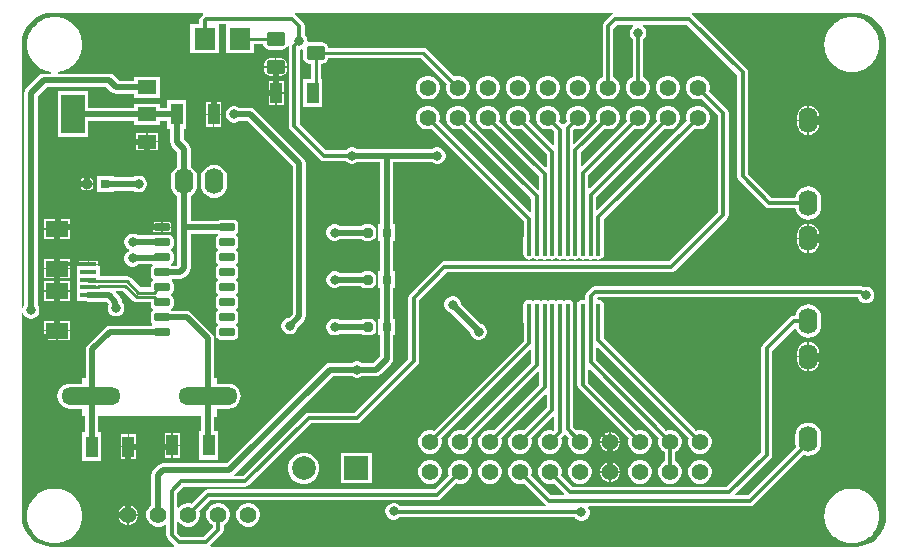
<source format=gtl>
G04*
G04 #@! TF.GenerationSoftware,Altium Limited,Altium Designer,23.1.1 (15)*
G04*
G04 Layer_Physical_Order=1*
G04 Layer_Color=255*
%FSLAX44Y44*%
%MOMM*%
G71*
G04*
G04 #@! TF.SameCoordinates,9F4D0ECE-2CF4-41AA-81F9-B76AE3B11C26*
G04*
G04*
G04 #@! TF.FilePolarity,Positive*
G04*
G01*
G75*
%ADD10C,0.5000*%
%ADD12C,0.2500*%
%ADD13C,0.2540*%
%ADD14C,0.3000*%
%ADD19R,1.0000X1.8000*%
G04:AMPARAMS|DCode=20|XSize=1.2mm|YSize=1.6mm|CornerRadius=0.3mm|HoleSize=0mm|Usage=FLASHONLY|Rotation=270.000|XOffset=0mm|YOffset=0mm|HoleType=Round|Shape=RoundedRectangle|*
%AMROUNDEDRECTD20*
21,1,1.2000,1.0000,0,0,270.0*
21,1,0.6000,1.6000,0,0,270.0*
1,1,0.6000,-0.5000,-0.3000*
1,1,0.6000,-0.5000,0.3000*
1,1,0.6000,0.5000,0.3000*
1,1,0.6000,0.5000,-0.3000*
%
%ADD20ROUNDEDRECTD20*%
%ADD21R,1.8000X1.8400*%
%ADD22R,1.6000X1.2000*%
%ADD23R,2.0000X3.3000*%
%ADD24O,1.6000X2.2000*%
%ADD25O,5.0000X1.5000*%
%ADD26R,1.9000X1.4000*%
%ADD27R,1.3500X0.4000*%
G04:AMPARAMS|DCode=28|XSize=0.8mm|YSize=0.8mm|CornerRadius=0.2mm|HoleSize=0mm|Usage=FLASHONLY|Rotation=180.000|XOffset=0mm|YOffset=0mm|HoleType=Round|Shape=RoundedRectangle|*
%AMROUNDEDRECTD28*
21,1,0.8000,0.4000,0,0,180.0*
21,1,0.4000,0.8000,0,0,180.0*
1,1,0.4000,-0.2000,0.2000*
1,1,0.4000,0.2000,0.2000*
1,1,0.4000,0.2000,-0.2000*
1,1,0.4000,-0.2000,-0.2000*
%
%ADD28ROUNDEDRECTD28*%
%ADD29R,0.8000X0.8000*%
G04:AMPARAMS|DCode=30|XSize=1.31mm|YSize=0.62mm|CornerRadius=0.0775mm|HoleSize=0mm|Usage=FLASHONLY|Rotation=0.000|XOffset=0mm|YOffset=0mm|HoleType=Round|Shape=RoundedRectangle|*
%AMROUNDEDRECTD30*
21,1,1.3100,0.4650,0,0,0.0*
21,1,1.1550,0.6200,0,0,0.0*
1,1,0.1550,0.5775,-0.2325*
1,1,0.1550,-0.5775,-0.2325*
1,1,0.1550,-0.5775,0.2325*
1,1,0.1550,0.5775,0.2325*
%
%ADD30ROUNDEDRECTD30*%
%ADD31O,0.3640X1.7420*%
%ADD51C,0.8000*%
%ADD52C,1.4000*%
%ADD53C,2.0000*%
%ADD54R,2.0000X2.0000*%
%ADD55C,0.8000*%
G36*
X284000Y693922D02*
X411468D01*
X411853Y692652D01*
X411244Y692244D01*
X409756Y690756D01*
X408761Y689268D01*
X408412Y687512D01*
Y684200D01*
X401000D01*
Y659800D01*
X425000D01*
Y684200D01*
X426182Y684412D01*
X429818D01*
X431000Y684200D01*
X431000Y683142D01*
Y659800D01*
X455000D01*
Y667646D01*
X462152D01*
X462348Y666659D01*
X463674Y664674D01*
X465659Y663348D01*
X468000Y662883D01*
X478000D01*
X480341Y663348D01*
X482326Y664674D01*
X483181Y665955D01*
X483652Y665889D01*
X484412Y665510D01*
Y598000D01*
X484761Y596244D01*
X485756Y594756D01*
X510756Y569756D01*
X512244Y568761D01*
X514000Y568412D01*
X532689D01*
X533702Y567399D01*
X535298Y566477D01*
X537078Y566000D01*
X538922D01*
X540702Y566477D01*
X542287Y567392D01*
X561394D01*
Y515000D01*
X560002D01*
Y501000D01*
X561394D01*
Y475000D01*
X560002D01*
Y461000D01*
X561394D01*
Y435000D01*
X560002D01*
Y421000D01*
X561394D01*
Y403325D01*
X555677Y397608D01*
X546287D01*
X544702Y398523D01*
X542922Y399000D01*
X541078D01*
X539298Y398523D01*
X537713Y397608D01*
X519000D01*
X516854Y397181D01*
X515035Y395965D01*
X431677Y312608D01*
X378000D01*
X375854Y312181D01*
X374035Y310965D01*
X369635Y306565D01*
X368419Y304746D01*
X367992Y302600D01*
Y277309D01*
X367460Y277002D01*
X365598Y275140D01*
X364282Y272860D01*
X363600Y270317D01*
Y267684D01*
X364282Y265140D01*
X365598Y262860D01*
X367460Y260998D01*
X369740Y259681D01*
X372284Y259000D01*
X374916D01*
X377460Y259681D01*
X379142Y260653D01*
X380412Y259946D01*
Y252000D01*
X380761Y250244D01*
X381756Y248756D01*
X387163Y243348D01*
X386637Y242078D01*
X284000D01*
X283743Y242027D01*
X278928Y242501D01*
X274051Y243981D01*
X269556Y246383D01*
X265616Y249617D01*
X262383Y253556D01*
X259981Y258051D01*
X258501Y262928D01*
X258027Y267743D01*
X258078Y268000D01*
Y439611D01*
X259348Y439778D01*
X259477Y439298D01*
X260399Y437702D01*
X261702Y436399D01*
X263298Y435477D01*
X265078Y435000D01*
X266922D01*
X268702Y435477D01*
X270298Y436399D01*
X271601Y437702D01*
X272523Y439298D01*
X273000Y441078D01*
Y442922D01*
X272523Y444702D01*
X271608Y446287D01*
Y623748D01*
X279252Y631392D01*
X329677D01*
X334035Y627035D01*
X335854Y625819D01*
X338000Y625392D01*
X353000D01*
Y622000D01*
X375000D01*
Y640000D01*
X353000D01*
Y636608D01*
X340323D01*
X335965Y640965D01*
X334146Y642181D01*
X332000Y642608D01*
X289051D01*
X288926Y643878D01*
X292487Y644586D01*
X292766Y644701D01*
X293061Y644760D01*
X296736Y646282D01*
X296987Y646450D01*
X297265Y646565D01*
X300572Y648775D01*
X300785Y648988D01*
X301036Y649156D01*
X303849Y651968D01*
X304016Y652219D01*
X304229Y652432D01*
X306439Y655739D01*
X306554Y656018D01*
X306722Y656268D01*
X308244Y659943D01*
X308303Y660239D01*
X308418Y660517D01*
X309194Y664418D01*
Y664720D01*
X309253Y665015D01*
Y668993D01*
X309194Y669289D01*
Y669590D01*
X308418Y673491D01*
X308303Y673770D01*
X308244Y674065D01*
X306722Y677740D01*
X306554Y677991D01*
X306439Y678269D01*
X304229Y681577D01*
X304016Y681790D01*
X303849Y682040D01*
X301036Y684853D01*
X300785Y685020D01*
X300572Y685233D01*
X297265Y687443D01*
X296987Y687559D01*
X296736Y687726D01*
X293061Y689248D01*
X292766Y689307D01*
X292487Y689422D01*
X288586Y690198D01*
X288284D01*
X287989Y690257D01*
X284011D01*
X283716Y690198D01*
X283414D01*
X279513Y689422D01*
X279235Y689307D01*
X278939Y689248D01*
X275264Y687726D01*
X275013Y687559D01*
X274735Y687443D01*
X271428Y685233D01*
X271215Y685020D01*
X270964Y684853D01*
X268151Y682040D01*
X267984Y681790D01*
X267771Y681577D01*
X265561Y678269D01*
X265446Y677991D01*
X265278Y677740D01*
X263756Y674065D01*
X263697Y673770D01*
X263582Y673491D01*
X262806Y669590D01*
Y669289D01*
X262747Y668993D01*
Y665015D01*
X262806Y664720D01*
Y664418D01*
X263582Y660517D01*
X263697Y660239D01*
X263756Y659943D01*
X265278Y656268D01*
X265446Y656018D01*
X265561Y655739D01*
X267771Y652432D01*
X267984Y652219D01*
X268151Y651968D01*
X270964Y649155D01*
X271215Y648988D01*
X271428Y648775D01*
X274735Y646565D01*
X275014Y646450D01*
X275264Y646282D01*
X278939Y644760D01*
X279235Y644701D01*
X279513Y644586D01*
X283074Y643878D01*
X282949Y642608D01*
X276929D01*
X274783Y642181D01*
X272964Y640965D01*
X262035Y630036D01*
X260819Y628217D01*
X260392Y626071D01*
Y446287D01*
X259477Y444702D01*
X259348Y444222D01*
X258078Y444389D01*
Y668000D01*
X258027Y668257D01*
X258501Y673072D01*
X259981Y677949D01*
X262383Y682444D01*
X265616Y686384D01*
X269556Y689617D01*
X274051Y692019D01*
X278928Y693499D01*
X283743Y693973D01*
X284000Y693922D01*
D02*
G37*
G36*
X969072Y693499D02*
X973949Y692019D01*
X978444Y689617D01*
X982383Y686384D01*
X985617Y682444D01*
X988019Y677949D01*
X989499Y673072D01*
X989973Y668257D01*
X989922Y668000D01*
Y268000D01*
X989973Y267743D01*
X989499Y262928D01*
X988019Y258051D01*
X985617Y253556D01*
X982383Y249617D01*
X978444Y246383D01*
X973949Y243981D01*
X969072Y242501D01*
X964257Y242027D01*
X964000Y242078D01*
X418363D01*
X417837Y243348D01*
X427644Y253156D01*
X428639Y254644D01*
X428988Y256400D01*
Y260102D01*
X430540Y260998D01*
X432402Y262860D01*
X433718Y265140D01*
X434400Y267684D01*
Y270317D01*
X433718Y272860D01*
X432402Y275140D01*
X430540Y277002D01*
X428260Y278319D01*
X425717Y279000D01*
X423083D01*
X420540Y278319D01*
X418260Y277002D01*
X416398Y275140D01*
X415081Y272860D01*
X414400Y270317D01*
Y267684D01*
X415081Y265140D01*
X416398Y262860D01*
X418260Y260998D01*
X419812Y260102D01*
Y258300D01*
X412099Y250588D01*
X392901D01*
X389588Y253901D01*
Y262762D01*
X390858Y263102D01*
X390998Y262860D01*
X392860Y260998D01*
X395140Y259681D01*
X397683Y259000D01*
X400317D01*
X402860Y259681D01*
X405140Y260998D01*
X407002Y262860D01*
X408318Y265140D01*
X409000Y267684D01*
Y270317D01*
X408536Y272048D01*
X417901Y281412D01*
X609900D01*
X611656Y281761D01*
X613144Y282756D01*
X626152Y295764D01*
X627883Y295300D01*
X630517D01*
X633060Y295982D01*
X635340Y297298D01*
X637202Y299160D01*
X638518Y301440D01*
X639200Y303983D01*
Y306616D01*
X638518Y309160D01*
X637202Y311440D01*
X635340Y313302D01*
X633060Y314618D01*
X630517Y315300D01*
X627883D01*
X625340Y314618D01*
X623060Y313302D01*
X621198Y311440D01*
X619882Y309160D01*
X619200Y306616D01*
Y303983D01*
X619664Y302253D01*
X607999Y290588D01*
X416000D01*
X414244Y290239D01*
X412756Y289244D01*
X402048Y278536D01*
X400317Y279000D01*
X397683D01*
X395140Y278319D01*
X392860Y277002D01*
X390998Y275140D01*
X390858Y274898D01*
X389588Y275238D01*
Y287099D01*
X395146Y292658D01*
X447246D01*
X449002Y293007D01*
X450490Y294002D01*
X502901Y346412D01*
X542000D01*
X543756Y346761D01*
X545244Y347756D01*
X593120Y395631D01*
X594114Y397120D01*
X594464Y398876D01*
Y450975D01*
X617901Y474412D01*
X808000D01*
X809756Y474761D01*
X811244Y475756D01*
X855244Y519756D01*
X856239Y521244D01*
X856588Y523000D01*
Y609350D01*
X856239Y611106D01*
X855244Y612594D01*
X840186Y627653D01*
X840650Y629384D01*
Y632016D01*
X839968Y634560D01*
X838652Y636840D01*
X836790Y638702D01*
X834510Y640018D01*
X831966Y640700D01*
X829333D01*
X826790Y640018D01*
X824510Y638702D01*
X822648Y636840D01*
X821331Y634560D01*
X820650Y632016D01*
Y629384D01*
X821331Y626840D01*
X822648Y624560D01*
X824510Y622698D01*
X826790Y621381D01*
X829333Y620700D01*
X831966D01*
X833698Y621164D01*
X847412Y607449D01*
Y524901D01*
X806099Y483588D01*
X616000D01*
X614244Y483239D01*
X612756Y482244D01*
X586631Y456120D01*
X585637Y454631D01*
X585287Y452876D01*
Y400776D01*
X540099Y355588D01*
X501000D01*
X499244Y355239D01*
X497756Y354244D01*
X445345Y301834D01*
X438330D01*
X438065Y302705D01*
X438035Y303104D01*
X521323Y386392D01*
X537713D01*
X539298Y385477D01*
X541078Y385000D01*
X542922D01*
X544702Y385477D01*
X546287Y386392D01*
X558000D01*
X560146Y386819D01*
X561965Y388035D01*
X570967Y397036D01*
X572183Y398856D01*
X572609Y401002D01*
Y421000D01*
X574002D01*
Y435000D01*
X572609D01*
Y461000D01*
X574002D01*
Y475000D01*
X572609D01*
Y501000D01*
X574002D01*
Y515000D01*
X572609D01*
Y567392D01*
X605713D01*
X607298Y566477D01*
X609078Y566000D01*
X610922D01*
X612702Y566477D01*
X614298Y567399D01*
X615601Y568702D01*
X616523Y570298D01*
X617000Y572078D01*
Y573922D01*
X616523Y575702D01*
X615601Y577298D01*
X614298Y578601D01*
X612702Y579523D01*
X610922Y580000D01*
X609078D01*
X607298Y579523D01*
X605713Y578608D01*
X542287D01*
X540702Y579523D01*
X538922Y580000D01*
X537078D01*
X535298Y579523D01*
X533702Y578601D01*
X532689Y577588D01*
X515900D01*
X493588Y599901D01*
Y662582D01*
X494441Y663029D01*
X494811Y663113D01*
X495882Y662211D01*
Y657000D01*
X496348Y654659D01*
X497674Y652674D01*
X499659Y651348D01*
X502000Y650882D01*
X502646D01*
Y638000D01*
X496500D01*
Y614000D01*
X512500D01*
Y638000D01*
X511354D01*
Y650882D01*
X512000D01*
X514341Y651348D01*
X516326Y652674D01*
X517652Y654659D01*
X517848Y655646D01*
X596347D01*
X617984Y634009D01*
X617450Y632016D01*
Y629384D01*
X618131Y626840D01*
X619448Y624560D01*
X621310Y622698D01*
X623590Y621381D01*
X626133Y620700D01*
X628767D01*
X631310Y621381D01*
X633590Y622698D01*
X635452Y624560D01*
X636768Y626840D01*
X637450Y629384D01*
Y632016D01*
X636768Y634560D01*
X635452Y636840D01*
X633590Y638702D01*
X631310Y640018D01*
X628767Y640700D01*
X626133D01*
X624141Y640166D01*
X601228Y663079D01*
X599816Y664022D01*
X598150Y664354D01*
X517848D01*
X517652Y665341D01*
X516326Y667326D01*
X514341Y668652D01*
X512000Y669118D01*
X502000D01*
X501222Y668963D01*
X500000Y670015D01*
Y670922D01*
X499523Y672702D01*
X498601Y674298D01*
X497588Y675311D01*
Y682614D01*
X497239Y684369D01*
X496244Y685858D01*
X489858Y692244D01*
X489248Y692652D01*
X489633Y693922D01*
X758382D01*
X758543Y693465D01*
X758594Y692652D01*
X757296Y691784D01*
X751206Y685694D01*
X750211Y684206D01*
X749862Y682450D01*
Y639598D01*
X748310Y638702D01*
X746448Y636840D01*
X745132Y634560D01*
X744450Y632016D01*
Y629384D01*
X745132Y626840D01*
X746448Y624560D01*
X748310Y622698D01*
X750590Y621381D01*
X753133Y620700D01*
X755767D01*
X758310Y621381D01*
X760590Y622698D01*
X762452Y624560D01*
X763768Y626840D01*
X764450Y629384D01*
Y632016D01*
X763768Y634560D01*
X762452Y636840D01*
X760590Y638702D01*
X759038Y639598D01*
Y680549D01*
X762440Y683952D01*
X775501D01*
X775841Y682682D01*
X775702Y682601D01*
X774399Y681298D01*
X773477Y679702D01*
X773000Y677922D01*
Y676078D01*
X773477Y674298D01*
X774399Y672702D01*
X775337Y671764D01*
Y639641D01*
X773710Y638702D01*
X771848Y636840D01*
X770531Y634560D01*
X769850Y632016D01*
Y629384D01*
X770531Y626840D01*
X771848Y624560D01*
X773710Y622698D01*
X775990Y621381D01*
X778533Y620700D01*
X781167D01*
X783710Y621381D01*
X785990Y622698D01*
X787852Y624560D01*
X789168Y626840D01*
X789850Y629384D01*
Y632016D01*
X789168Y634560D01*
X787852Y636840D01*
X785990Y638702D01*
X784513Y639555D01*
Y671614D01*
X785601Y672702D01*
X786523Y674298D01*
X787000Y676078D01*
Y677922D01*
X786523Y679702D01*
X785601Y681298D01*
X784298Y682601D01*
X784159Y682682D01*
X784499Y683952D01*
X821560D01*
X863931Y641580D01*
Y555481D01*
X864280Y553725D01*
X865275Y552236D01*
X887756Y529756D01*
X889244Y528761D01*
X891000Y528412D01*
X913114D01*
X913283Y527128D01*
X914391Y524453D01*
X916155Y522155D01*
X918453Y520392D01*
X921128Y519283D01*
X924000Y518905D01*
X926872Y519283D01*
X929547Y520392D01*
X931845Y522155D01*
X933608Y524453D01*
X934717Y527128D01*
X935095Y530000D01*
Y536000D01*
X934717Y538872D01*
X933608Y541548D01*
X931845Y543845D01*
X929547Y545608D01*
X926872Y546717D01*
X924000Y547095D01*
X921128Y546717D01*
X918453Y545608D01*
X916155Y543845D01*
X914391Y541548D01*
X913283Y538872D01*
X913114Y537588D01*
X892900D01*
X873108Y557381D01*
Y643481D01*
X872758Y645236D01*
X871764Y646725D01*
X826704Y691784D01*
X825406Y692652D01*
X825457Y693465D01*
X825618Y693922D01*
X964000D01*
X964257Y693973D01*
X969072Y693499D01*
D02*
G37*
%LPC*%
G36*
X478000Y655354D02*
X473635D01*
Y648635D01*
X482354D01*
Y651000D01*
X482022Y652666D01*
X481078Y654079D01*
X479666Y655022D01*
X478000Y655354D01*
D02*
G37*
G36*
X472365D02*
X468000D01*
X466334Y655022D01*
X464921Y654079D01*
X463978Y652666D01*
X463646Y651000D01*
Y648635D01*
X472365D01*
Y655354D01*
D02*
G37*
G36*
X482354Y647365D02*
X473635D01*
Y640646D01*
X478000D01*
X479666Y640978D01*
X481078Y641921D01*
X482022Y643334D01*
X482354Y645000D01*
Y647365D01*
D02*
G37*
G36*
X472365D02*
X463646D01*
Y645000D01*
X463978Y643334D01*
X464921Y641921D01*
X466334Y640978D01*
X468000Y640646D01*
X472365D01*
Y647365D01*
D02*
G37*
G36*
X479770Y636270D02*
X474135D01*
Y626635D01*
X479770D01*
Y636270D01*
D02*
G37*
G36*
X472865D02*
X467230D01*
Y626635D01*
X472865D01*
Y636270D01*
D02*
G37*
G36*
X479770Y625365D02*
X474135D01*
Y615730D01*
X479770D01*
Y625365D01*
D02*
G37*
G36*
X472865D02*
X467230D01*
Y615730D01*
X472865D01*
Y625365D01*
D02*
G37*
G36*
X426770Y618270D02*
X421135D01*
Y608635D01*
X426770D01*
Y618270D01*
D02*
G37*
G36*
X419865D02*
X414230D01*
Y608635D01*
X419865D01*
Y618270D01*
D02*
G37*
G36*
X426770Y607365D02*
X421135D01*
Y597730D01*
X426770D01*
Y607365D01*
D02*
G37*
G36*
X419865D02*
X414230D01*
Y597730D01*
X419865D01*
Y607365D01*
D02*
G37*
G36*
X373270Y592270D02*
X364635D01*
Y585635D01*
X373270D01*
Y592270D01*
D02*
G37*
G36*
X363365D02*
X354730D01*
Y585635D01*
X363365D01*
Y592270D01*
D02*
G37*
G36*
X373270Y584365D02*
X364635D01*
Y577730D01*
X373270D01*
Y584365D01*
D02*
G37*
G36*
X363365D02*
X354730D01*
Y577730D01*
X363365D01*
Y584365D01*
D02*
G37*
G36*
X315000Y554334D02*
X313635D01*
Y549635D01*
X318334D01*
Y551000D01*
X318080Y552276D01*
X317358Y553358D01*
X316276Y554080D01*
X315000Y554334D01*
D02*
G37*
G36*
X312365D02*
X311000D01*
X309724Y554080D01*
X308643Y553358D01*
X307920Y552276D01*
X307666Y551000D01*
Y549635D01*
X312365D01*
Y554334D01*
D02*
G37*
G36*
X318334Y548365D02*
X313635D01*
Y543666D01*
X315000D01*
X316276Y543920D01*
X317358Y544642D01*
X318080Y545724D01*
X318334Y547000D01*
Y548365D01*
D02*
G37*
G36*
X312365D02*
X307666D01*
Y547000D01*
X307920Y545724D01*
X308643Y544642D01*
X309724Y543920D01*
X311000Y543666D01*
X312365D01*
Y548365D01*
D02*
G37*
G36*
X336000Y556000D02*
X322000D01*
Y542000D01*
X336000D01*
Y543392D01*
X352713D01*
X354298Y542477D01*
X356078Y542000D01*
X357922D01*
X359702Y542477D01*
X361298Y543399D01*
X362601Y544702D01*
X363523Y546298D01*
X364000Y548078D01*
Y549922D01*
X363523Y551702D01*
X362601Y553298D01*
X361298Y554601D01*
X359702Y555523D01*
X357922Y556000D01*
X356078D01*
X354298Y555523D01*
X352713Y554608D01*
X336000D01*
Y556000D01*
D02*
G37*
G36*
X421000Y565345D02*
X418128Y564967D01*
X415453Y563858D01*
X413155Y562095D01*
X411391Y559798D01*
X410283Y557122D01*
X409905Y554250D01*
Y548250D01*
X410283Y545378D01*
X411391Y542702D01*
X413155Y540405D01*
X415453Y538642D01*
X418128Y537533D01*
X421000Y537155D01*
X423872Y537533D01*
X426547Y538642D01*
X428845Y540405D01*
X430608Y542702D01*
X431717Y545378D01*
X432095Y548250D01*
Y554250D01*
X431717Y557122D01*
X430608Y559798D01*
X428845Y562095D01*
X426547Y563858D01*
X423872Y564967D01*
X421000Y565345D01*
D02*
G37*
G36*
X553002Y515098D02*
X549002D01*
X547051Y514710D01*
X545401Y513608D01*
X527287D01*
X525702Y514523D01*
X523922Y515000D01*
X522078D01*
X520298Y514523D01*
X518702Y513601D01*
X517399Y512298D01*
X516477Y510702D01*
X516000Y508922D01*
Y507078D01*
X516477Y505298D01*
X517399Y503702D01*
X518702Y502399D01*
X520298Y501477D01*
X522078Y501000D01*
X523922D01*
X525702Y501477D01*
X527287Y502392D01*
X545401D01*
X547051Y501290D01*
X549002Y500902D01*
X553002D01*
X554953Y501290D01*
X556606Y502395D01*
X557711Y504049D01*
X558100Y506000D01*
Y510000D01*
X557711Y511951D01*
X556606Y513605D01*
X554953Y514710D01*
X553002Y515098D01*
D02*
G37*
G36*
X382775Y516860D02*
X377635D01*
Y513085D01*
X384860D01*
Y514775D01*
X384701Y515573D01*
X384249Y516249D01*
X383573Y516701D01*
X382775Y516860D01*
D02*
G37*
G36*
X376365D02*
X371225D01*
X370427Y516701D01*
X369751Y516249D01*
X369299Y515573D01*
X369140Y514775D01*
Y513085D01*
X376365D01*
Y516860D01*
D02*
G37*
G36*
X298645Y519270D02*
X288510D01*
Y511635D01*
X298645D01*
Y519270D01*
D02*
G37*
G36*
X287240D02*
X277105D01*
Y511635D01*
X287240D01*
Y519270D01*
D02*
G37*
G36*
X384860Y511815D02*
X377635D01*
Y508040D01*
X382775D01*
X383573Y508199D01*
X384249Y508651D01*
X384701Y509327D01*
X384860Y510125D01*
Y511815D01*
D02*
G37*
G36*
X376365D02*
X369140D01*
Y510125D01*
X369299Y509327D01*
X369751Y508651D01*
X370427Y508199D01*
X371225Y508040D01*
X376365D01*
Y511815D01*
D02*
G37*
G36*
X298645Y510365D02*
X288510D01*
Y502730D01*
X298645D01*
Y510365D01*
D02*
G37*
G36*
X287240D02*
X277105D01*
Y502730D01*
X287240D01*
Y510365D01*
D02*
G37*
G36*
X322645Y484270D02*
X315260D01*
Y481635D01*
X322645D01*
Y484270D01*
D02*
G37*
G36*
X313990D02*
X306605D01*
Y481635D01*
X313990D01*
Y484270D01*
D02*
G37*
G36*
X314520Y627500D02*
X288520D01*
Y588500D01*
X314520D01*
Y602392D01*
X353000D01*
Y599000D01*
X375000D01*
Y602392D01*
X381500D01*
Y596000D01*
X383892D01*
Y584716D01*
X384319Y582570D01*
X385535Y580750D01*
X389992Y576293D01*
Y563812D01*
X387755Y562095D01*
X385992Y559798D01*
X384883Y557122D01*
X384505Y554250D01*
Y548250D01*
X384883Y545378D01*
X385992Y542702D01*
X387755Y540405D01*
X389992Y538688D01*
Y512450D01*
Y479958D01*
X384657D01*
X384602Y479994D01*
X384546Y480181D01*
Y481219D01*
X384602Y481406D01*
X385497Y482003D01*
X386331Y483252D01*
X386624Y484725D01*
Y489375D01*
X386331Y490848D01*
X385497Y492097D01*
X384602Y492694D01*
X384546Y492881D01*
Y493919D01*
X384602Y494106D01*
X385497Y494703D01*
X386331Y495952D01*
X386624Y497425D01*
Y502075D01*
X386331Y503548D01*
X385497Y504797D01*
X384248Y505631D01*
X382775Y505924D01*
X371225D01*
X369752Y505631D01*
X369530Y505483D01*
X356417D01*
X356298Y505601D01*
X354702Y506523D01*
X352922Y507000D01*
X351078D01*
X349298Y506523D01*
X347702Y505601D01*
X346399Y504298D01*
X345477Y502702D01*
X345000Y500922D01*
Y499078D01*
X345477Y497298D01*
X346399Y495702D01*
X347702Y494399D01*
X348908Y493702D01*
X348975Y493501D01*
Y492500D01*
X348908Y492298D01*
X347702Y491601D01*
X346399Y490298D01*
X345477Y488702D01*
X345000Y486922D01*
Y485079D01*
X345477Y483298D01*
X346399Y481702D01*
X347702Y480399D01*
X349298Y479477D01*
X351078Y479000D01*
X352922D01*
X354702Y479477D01*
X356298Y480399D01*
X356817Y480917D01*
X368493D01*
X368879Y479647D01*
X368503Y479397D01*
X367669Y478148D01*
X367376Y476675D01*
Y472025D01*
X367669Y470552D01*
X368503Y469303D01*
X369398Y468706D01*
X369454Y468519D01*
Y467481D01*
X369398Y467294D01*
X368503Y466697D01*
X367669Y465448D01*
X367376Y463975D01*
Y461559D01*
X358709D01*
X350534Y469734D01*
X349122Y470677D01*
X347456Y471009D01*
X325027D01*
X324603Y471292D01*
X324375Y471338D01*
Y479500D01*
X322645D01*
Y480365D01*
X314625D01*
X306605D01*
Y479500D01*
X304875D01*
Y469500D01*
Y463000D01*
Y456500D01*
Y450000D01*
X312208D01*
X312479Y449819D01*
X314625Y449392D01*
X329677D01*
X331803Y447266D01*
X331477Y446702D01*
X331000Y444922D01*
Y443078D01*
X331477Y441298D01*
X332399Y439702D01*
X333702Y438399D01*
X335298Y437477D01*
X337078Y437000D01*
X338922D01*
X340702Y437477D01*
X342298Y438399D01*
X343601Y439702D01*
X344523Y441298D01*
X345000Y443078D01*
Y444922D01*
X344523Y446702D01*
X343601Y448298D01*
X343034Y448866D01*
Y449574D01*
X342607Y451720D01*
X341391Y453539D01*
X337612Y457318D01*
X338099Y458491D01*
X344074D01*
X352249Y450317D01*
X353661Y449373D01*
X355328Y449041D01*
X367376D01*
Y446625D01*
X367669Y445152D01*
X368503Y443903D01*
X369398Y443306D01*
X369454Y443119D01*
Y442081D01*
X369398Y441894D01*
X368503Y441297D01*
X367669Y440048D01*
X367376Y438575D01*
Y433925D01*
X367669Y432452D01*
X368503Y431203D01*
X368669Y429565D01*
X368277Y429158D01*
X332550D01*
X330404Y428731D01*
X328585Y427515D01*
X314035Y412965D01*
X312819Y411146D01*
X312392Y409000D01*
Y384740D01*
X308850D01*
Y380091D01*
X298970D01*
X296229Y379730D01*
X293675Y378672D01*
X291481Y376989D01*
X289798Y374795D01*
X288740Y372241D01*
X288379Y369500D01*
X288740Y366759D01*
X289798Y364205D01*
X291481Y362011D01*
X293675Y360328D01*
X296229Y359270D01*
X298970Y358909D01*
X308850D01*
Y352990D01*
X311892D01*
Y338750D01*
X309500D01*
Y314750D01*
X325500D01*
Y338750D01*
X323108D01*
Y352990D01*
X409922D01*
Y339750D01*
X408500D01*
Y315750D01*
X424500D01*
Y339750D01*
X421138D01*
Y351936D01*
X422408Y352462D01*
X423150Y351720D01*
Y358909D01*
X433030D01*
X435771Y359270D01*
X438325Y360328D01*
X440519Y362011D01*
X442202Y364205D01*
X443260Y366759D01*
X443621Y369500D01*
X443260Y372241D01*
X442202Y374795D01*
X440519Y376989D01*
X438325Y378672D01*
X435771Y379730D01*
X433030Y380091D01*
X423150D01*
Y384740D01*
X421138D01*
Y418470D01*
X420711Y420616D01*
X419495Y422435D01*
X401715Y440215D01*
X399896Y441431D01*
X397750Y441858D01*
X384657D01*
X384602Y441894D01*
X384546Y442081D01*
Y443119D01*
X384602Y443306D01*
X385497Y443903D01*
X386331Y445152D01*
X386624Y446625D01*
Y451275D01*
X386331Y452748D01*
X385497Y453997D01*
X384602Y454594D01*
X384546Y454781D01*
Y455819D01*
X384602Y456006D01*
X385497Y456603D01*
X386331Y457852D01*
X386624Y459325D01*
Y463975D01*
X386331Y465448D01*
X385497Y466697D01*
X385331Y468335D01*
X385723Y468742D01*
X392350D01*
X394496Y469169D01*
X396315Y470385D01*
X399565Y473635D01*
X400781Y475454D01*
X401208Y477600D01*
Y506842D01*
X424343D01*
X424398Y506806D01*
X424454Y506619D01*
Y505581D01*
X424398Y505394D01*
X423503Y504797D01*
X422669Y503548D01*
X422376Y502075D01*
Y497425D01*
X422669Y495952D01*
X423503Y494703D01*
X424398Y494106D01*
X424454Y493919D01*
Y492881D01*
X424398Y492694D01*
X423503Y492097D01*
X422669Y490848D01*
X422376Y489375D01*
Y484725D01*
X422669Y483252D01*
X423503Y482003D01*
X424398Y481406D01*
X424454Y481219D01*
Y480181D01*
X424398Y479994D01*
X423503Y479397D01*
X422669Y478148D01*
X422376Y476675D01*
Y472025D01*
X422669Y470552D01*
X423503Y469303D01*
X424398Y468706D01*
X424454Y468519D01*
Y467481D01*
X424398Y467294D01*
X423503Y466697D01*
X422669Y465448D01*
X422376Y463975D01*
Y459325D01*
X422669Y457852D01*
X423503Y456603D01*
X424398Y456006D01*
X424454Y455819D01*
Y454781D01*
X424398Y454594D01*
X423503Y453997D01*
X422669Y452748D01*
X422376Y451275D01*
Y446625D01*
X422669Y445152D01*
X423503Y443903D01*
X424398Y443306D01*
X424454Y443119D01*
Y442081D01*
X424398Y441894D01*
X423503Y441297D01*
X422669Y440048D01*
X422376Y438575D01*
Y433925D01*
X422669Y432452D01*
X423503Y431203D01*
X424398Y430606D01*
X424454Y430419D01*
Y429381D01*
X424398Y429194D01*
X423503Y428597D01*
X422669Y427348D01*
X422376Y425875D01*
Y421225D01*
X422669Y419752D01*
X423503Y418503D01*
X424752Y417669D01*
X426225Y417376D01*
X437775D01*
X439248Y417669D01*
X440497Y418503D01*
X441331Y419752D01*
X441624Y421225D01*
Y425875D01*
X441331Y427348D01*
X440497Y428597D01*
X439602Y429194D01*
X439546Y429381D01*
Y430419D01*
X439602Y430606D01*
X440497Y431203D01*
X441331Y432452D01*
X441624Y433925D01*
Y438575D01*
X441331Y440048D01*
X440497Y441297D01*
X439602Y441894D01*
X439546Y442081D01*
Y443119D01*
X439602Y443306D01*
X440497Y443903D01*
X441331Y445152D01*
X441624Y446625D01*
Y451275D01*
X441331Y452748D01*
X440497Y453997D01*
X439602Y454594D01*
X439546Y454781D01*
Y455819D01*
X439602Y456006D01*
X440497Y456603D01*
X441331Y457852D01*
X441624Y459325D01*
Y463975D01*
X441331Y465448D01*
X440497Y466697D01*
X439602Y467294D01*
X439546Y467481D01*
Y468519D01*
X439602Y468706D01*
X440497Y469303D01*
X441331Y470552D01*
X441624Y472025D01*
Y476675D01*
X441331Y478148D01*
X440497Y479397D01*
X439602Y479994D01*
X439546Y480181D01*
Y481219D01*
X439602Y481406D01*
X440497Y482003D01*
X441331Y483252D01*
X441624Y484725D01*
Y489375D01*
X441331Y490848D01*
X440497Y492097D01*
X439602Y492694D01*
X439546Y492881D01*
Y493919D01*
X439602Y494106D01*
X440497Y494703D01*
X441331Y495952D01*
X441624Y497425D01*
Y502075D01*
X441331Y503548D01*
X440497Y504797D01*
X439602Y505394D01*
X439546Y505581D01*
Y506619D01*
X439602Y506806D01*
X440497Y507403D01*
X441331Y508652D01*
X441624Y510125D01*
Y514775D01*
X441331Y516248D01*
X440497Y517497D01*
X439248Y518331D01*
X437775Y518624D01*
X426225D01*
X424752Y518331D01*
X424343Y518058D01*
X401208D01*
Y538688D01*
X403445Y540405D01*
X405209Y542702D01*
X406317Y545378D01*
X406695Y548250D01*
Y554250D01*
X406317Y557122D01*
X405209Y559798D01*
X403445Y562095D01*
X401208Y563812D01*
Y578616D01*
X400781Y580762D01*
X399565Y582581D01*
X395108Y587038D01*
Y596000D01*
X397500D01*
Y620000D01*
X381500D01*
Y613608D01*
X375000D01*
Y617000D01*
X353000D01*
Y613608D01*
X314520D01*
Y627500D01*
D02*
G37*
G36*
X298645Y485770D02*
X288510D01*
Y478135D01*
X298645D01*
Y485770D01*
D02*
G37*
G36*
X287240D02*
X277105D01*
Y478135D01*
X287240D01*
Y485770D01*
D02*
G37*
G36*
X553002Y475098D02*
X549002D01*
X547051Y474710D01*
X545401Y473608D01*
X527287D01*
X525702Y474523D01*
X523922Y475000D01*
X522078D01*
X520298Y474523D01*
X518702Y473601D01*
X517399Y472298D01*
X516477Y470702D01*
X516000Y468922D01*
Y467078D01*
X516477Y465298D01*
X517399Y463702D01*
X518702Y462399D01*
X520298Y461477D01*
X522078Y461000D01*
X523922D01*
X525702Y461477D01*
X527287Y462392D01*
X545401D01*
X547051Y461290D01*
X549002Y460902D01*
X553002D01*
X554953Y461290D01*
X556606Y462395D01*
X557711Y464049D01*
X558100Y466000D01*
Y470000D01*
X557711Y471951D01*
X556606Y473605D01*
X554953Y474710D01*
X553002Y475098D01*
D02*
G37*
G36*
X298645Y476865D02*
X288510D01*
Y469230D01*
X298645D01*
Y476865D01*
D02*
G37*
G36*
X287240D02*
X277105D01*
Y469230D01*
X287240D01*
Y476865D01*
D02*
G37*
G36*
X298645Y466770D02*
X288510D01*
Y459135D01*
X298645D01*
Y466770D01*
D02*
G37*
G36*
X287240D02*
X277105D01*
Y459135D01*
X287240D01*
Y466770D01*
D02*
G37*
G36*
X298645Y457865D02*
X288510D01*
Y450230D01*
X298645D01*
Y457865D01*
D02*
G37*
G36*
X287240D02*
X277105D01*
Y450230D01*
X287240D01*
Y457865D01*
D02*
G37*
G36*
X553002Y435098D02*
X549002D01*
X547051Y434710D01*
X545401Y433608D01*
X527287D01*
X525702Y434523D01*
X523922Y435000D01*
X522078D01*
X520298Y434523D01*
X518702Y433601D01*
X517399Y432298D01*
X516477Y430702D01*
X516000Y428922D01*
Y427078D01*
X516477Y425298D01*
X517399Y423702D01*
X518702Y422399D01*
X520298Y421477D01*
X522078Y421000D01*
X523922D01*
X525702Y421477D01*
X527287Y422392D01*
X545401D01*
X547051Y421290D01*
X549002Y420902D01*
X553002D01*
X554953Y421290D01*
X556606Y422395D01*
X557711Y424049D01*
X558100Y426000D01*
Y430000D01*
X557711Y431951D01*
X556606Y433605D01*
X554953Y434710D01*
X553002Y435098D01*
D02*
G37*
G36*
X298645Y433270D02*
X288510D01*
Y425635D01*
X298645D01*
Y433270D01*
D02*
G37*
G36*
X287240D02*
X277105D01*
Y425635D01*
X287240D01*
Y433270D01*
D02*
G37*
G36*
X438922Y615000D02*
X437078D01*
X435298Y614523D01*
X433702Y613601D01*
X432399Y612298D01*
X431477Y610702D01*
X431000Y608922D01*
Y607078D01*
X431477Y605298D01*
X432399Y603702D01*
X433702Y602399D01*
X435298Y601477D01*
X437078Y601000D01*
X438922D01*
X440702Y601477D01*
X442287Y602392D01*
X449366D01*
X487392Y564366D01*
Y439323D01*
X484066Y435997D01*
X482298Y435523D01*
X480702Y434601D01*
X479399Y433298D01*
X478477Y431702D01*
X478000Y429922D01*
Y428078D01*
X478477Y426298D01*
X479399Y424702D01*
X480702Y423399D01*
X482298Y422477D01*
X484078Y422000D01*
X485922D01*
X487702Y422477D01*
X489298Y423399D01*
X490601Y424702D01*
X491523Y426298D01*
X491997Y428066D01*
X496965Y433035D01*
X498181Y434854D01*
X498608Y437000D01*
Y566689D01*
X498181Y568835D01*
X496965Y570654D01*
X455654Y611965D01*
X453835Y613181D01*
X451689Y613608D01*
X442287D01*
X440702Y614523D01*
X438922Y615000D01*
D02*
G37*
G36*
X298645Y424365D02*
X288510D01*
Y416730D01*
X298645D01*
Y424365D01*
D02*
G37*
G36*
X287240D02*
X277105D01*
Y416730D01*
X287240D01*
Y424365D01*
D02*
G37*
G36*
X391770Y338020D02*
X386135D01*
Y328385D01*
X391770D01*
Y338020D01*
D02*
G37*
G36*
X384865D02*
X379230D01*
Y328385D01*
X384865D01*
Y338020D01*
D02*
G37*
G36*
X354770Y337020D02*
X349135D01*
Y327385D01*
X354770D01*
Y337020D01*
D02*
G37*
G36*
X347865D02*
X342230D01*
Y327385D01*
X347865D01*
Y337020D01*
D02*
G37*
G36*
X391770Y327115D02*
X386135D01*
Y317480D01*
X391770D01*
Y327115D01*
D02*
G37*
G36*
X384865D02*
X379230D01*
Y317480D01*
X384865D01*
Y327115D01*
D02*
G37*
G36*
X354770Y326115D02*
X349135D01*
Y316480D01*
X354770D01*
Y326115D01*
D02*
G37*
G36*
X347865D02*
X342230D01*
Y316480D01*
X347865D01*
Y326115D01*
D02*
G37*
G36*
X349289Y277270D02*
X348835D01*
Y269635D01*
X356470D01*
Y270089D01*
X355906Y272192D01*
X354818Y274078D01*
X353278Y275618D01*
X351392Y276706D01*
X349289Y277270D01*
D02*
G37*
G36*
X347565D02*
X347111D01*
X345008Y276706D01*
X343122Y275618D01*
X341582Y274078D01*
X340494Y272192D01*
X339930Y270089D01*
Y269635D01*
X347565D01*
Y277270D01*
D02*
G37*
G36*
X356470Y268365D02*
X348835D01*
Y260730D01*
X349289D01*
X351392Y261294D01*
X353278Y262382D01*
X354818Y263922D01*
X355906Y265808D01*
X356470Y267911D01*
Y268365D01*
D02*
G37*
G36*
X347565D02*
X339930D01*
Y267911D01*
X340494Y265808D01*
X341582Y263922D01*
X343122Y262382D01*
X345008Y261294D01*
X347111Y260730D01*
X347565D01*
Y268365D01*
D02*
G37*
G36*
X287989Y291253D02*
X284011D01*
X283716Y291194D01*
X283414D01*
X279513Y290418D01*
X279235Y290303D01*
X278939Y290244D01*
X275264Y288722D01*
X275013Y288554D01*
X274735Y288439D01*
X271428Y286229D01*
X271215Y286016D01*
X270964Y285849D01*
X268151Y283036D01*
X267984Y282785D01*
X267771Y282572D01*
X265561Y279265D01*
X265446Y278986D01*
X265278Y278736D01*
X263756Y275061D01*
X263697Y274765D01*
X263582Y274487D01*
X262806Y270586D01*
Y270284D01*
X262747Y269989D01*
Y266011D01*
X262806Y265716D01*
Y265414D01*
X263582Y261513D01*
X263697Y261234D01*
X263756Y260939D01*
X265278Y257264D01*
X265446Y257013D01*
X265561Y256735D01*
X267771Y253428D01*
X267984Y253215D01*
X268151Y252964D01*
X270964Y250151D01*
X271215Y249984D01*
X271428Y249771D01*
X274735Y247561D01*
X275014Y247446D01*
X275264Y247278D01*
X278939Y245756D01*
X279235Y245697D01*
X279513Y245582D01*
X283414Y244806D01*
X283716D01*
X284011Y244747D01*
X287989D01*
X288284Y244806D01*
X288586D01*
X292487Y245582D01*
X292766Y245697D01*
X293061Y245756D01*
X296736Y247278D01*
X296987Y247446D01*
X297265Y247561D01*
X300572Y249771D01*
X300785Y249984D01*
X301036Y250151D01*
X303849Y252964D01*
X304016Y253215D01*
X304229Y253428D01*
X306439Y256735D01*
X306554Y257013D01*
X306722Y257264D01*
X308244Y260939D01*
X308303Y261234D01*
X308418Y261513D01*
X309194Y265414D01*
Y265716D01*
X309253Y266011D01*
Y269989D01*
X309194Y270284D01*
Y270586D01*
X308418Y274487D01*
X308303Y274765D01*
X308244Y275061D01*
X306722Y278736D01*
X306554Y278986D01*
X306439Y279265D01*
X304229Y282572D01*
X304016Y282785D01*
X303849Y283036D01*
X301036Y285849D01*
X300785Y286016D01*
X300572Y286229D01*
X297265Y288439D01*
X296987Y288554D01*
X296736Y288722D01*
X293061Y290244D01*
X292766Y290303D01*
X292487Y290418D01*
X288586Y291194D01*
X288284D01*
X287989Y291253D01*
D02*
G37*
G36*
X962989Y690253D02*
X959011D01*
X958716Y690194D01*
X958414D01*
X954513Y689418D01*
X954234Y689303D01*
X953939Y689244D01*
X950264Y687722D01*
X950013Y687554D01*
X949735Y687439D01*
X946428Y685229D01*
X946215Y685016D01*
X945964Y684849D01*
X943151Y682036D01*
X942984Y681785D01*
X942771Y681572D01*
X940561Y678265D01*
X940446Y677987D01*
X940278Y677736D01*
X938756Y674061D01*
X938697Y673765D01*
X938582Y673487D01*
X937806Y669586D01*
Y669284D01*
X937747Y668989D01*
Y665011D01*
X937806Y664716D01*
Y664414D01*
X938582Y660513D01*
X938697Y660235D01*
X938756Y659939D01*
X940278Y656264D01*
X940446Y656013D01*
X940561Y655735D01*
X942771Y652428D01*
X942984Y652215D01*
X943151Y651964D01*
X945964Y649151D01*
X946215Y648984D01*
X946428Y648771D01*
X949735Y646561D01*
X950014Y646446D01*
X950264Y646278D01*
X953939Y644756D01*
X954234Y644697D01*
X954513Y644582D01*
X958414Y643806D01*
X958716D01*
X959011Y643747D01*
X962989D01*
X963284Y643806D01*
X963586D01*
X967487Y644582D01*
X967766Y644697D01*
X968061Y644756D01*
X971736Y646278D01*
X971986Y646446D01*
X972265Y646561D01*
X975572Y648771D01*
X975785Y648984D01*
X976036Y649151D01*
X978849Y651964D01*
X979016Y652215D01*
X979229Y652428D01*
X981439Y655735D01*
X981554Y656013D01*
X981722Y656264D01*
X983244Y659939D01*
X983303Y660235D01*
X983418Y660513D01*
X984194Y664414D01*
Y664716D01*
X984253Y665011D01*
Y668989D01*
X984194Y669284D01*
Y669586D01*
X983418Y673487D01*
X983303Y673765D01*
X983244Y674061D01*
X981722Y677736D01*
X981554Y677987D01*
X981439Y678265D01*
X979229Y681572D01*
X979016Y681785D01*
X978849Y682036D01*
X976036Y684849D01*
X975785Y685016D01*
X975572Y685229D01*
X972265Y687439D01*
X971986Y687554D01*
X971736Y687722D01*
X968061Y689244D01*
X967766Y689303D01*
X967487Y689418D01*
X963586Y690194D01*
X963284D01*
X962989Y690253D01*
D02*
G37*
G36*
X806566Y640700D02*
X803933D01*
X801390Y640018D01*
X799110Y638702D01*
X797248Y636840D01*
X795931Y634560D01*
X795250Y632016D01*
Y629384D01*
X795931Y626840D01*
X797248Y624560D01*
X799110Y622698D01*
X801390Y621381D01*
X803933Y620700D01*
X806566D01*
X809110Y621381D01*
X811390Y622698D01*
X813252Y624560D01*
X814568Y626840D01*
X815250Y629384D01*
Y632016D01*
X814568Y634560D01*
X813252Y636840D01*
X811390Y638702D01*
X809110Y640018D01*
X806566Y640700D01*
D02*
G37*
G36*
X730367D02*
X727734D01*
X725190Y640018D01*
X722910Y638702D01*
X721048Y636840D01*
X719732Y634560D01*
X719050Y632016D01*
Y629384D01*
X719732Y626840D01*
X721048Y624560D01*
X722910Y622698D01*
X725190Y621381D01*
X727734Y620700D01*
X730367D01*
X732910Y621381D01*
X735190Y622698D01*
X737052Y624560D01*
X738369Y626840D01*
X739050Y629384D01*
Y632016D01*
X738369Y634560D01*
X737052Y636840D01*
X735190Y638702D01*
X732910Y640018D01*
X730367Y640700D01*
D02*
G37*
G36*
X704967D02*
X702334D01*
X699790Y640018D01*
X697510Y638702D01*
X695648Y636840D01*
X694332Y634560D01*
X693650Y632016D01*
Y629384D01*
X694332Y626840D01*
X695648Y624560D01*
X697510Y622698D01*
X699790Y621381D01*
X702334Y620700D01*
X704967D01*
X707510Y621381D01*
X709790Y622698D01*
X711652Y624560D01*
X712969Y626840D01*
X713650Y629384D01*
Y632016D01*
X712969Y634560D01*
X711652Y636840D01*
X709790Y638702D01*
X707510Y640018D01*
X704967Y640700D01*
D02*
G37*
G36*
X679566D02*
X676934D01*
X674390Y640018D01*
X672110Y638702D01*
X670248Y636840D01*
X668932Y634560D01*
X668250Y632016D01*
Y629384D01*
X668932Y626840D01*
X670248Y624560D01*
X672110Y622698D01*
X674390Y621381D01*
X676934Y620700D01*
X679566D01*
X682110Y621381D01*
X684390Y622698D01*
X686252Y624560D01*
X687569Y626840D01*
X688250Y629384D01*
Y632016D01*
X687569Y634560D01*
X686252Y636840D01*
X684390Y638702D01*
X682110Y640018D01*
X679566Y640700D01*
D02*
G37*
G36*
X654166D02*
X651534D01*
X648990Y640018D01*
X646710Y638702D01*
X644848Y636840D01*
X643531Y634560D01*
X642850Y632016D01*
Y629384D01*
X643531Y626840D01*
X644848Y624560D01*
X646710Y622698D01*
X648990Y621381D01*
X651534Y620700D01*
X654166D01*
X656710Y621381D01*
X658990Y622698D01*
X660852Y624560D01*
X662169Y626840D01*
X662850Y629384D01*
Y632016D01*
X662169Y634560D01*
X660852Y636840D01*
X658990Y638702D01*
X656710Y640018D01*
X654166Y640700D01*
D02*
G37*
G36*
X603367D02*
X600733D01*
X598190Y640018D01*
X595910Y638702D01*
X594048Y636840D01*
X592732Y634560D01*
X592050Y632016D01*
Y629384D01*
X592732Y626840D01*
X594048Y624560D01*
X595910Y622698D01*
X598190Y621381D01*
X600733Y620700D01*
X603367D01*
X605910Y621381D01*
X608190Y622698D01*
X610052Y624560D01*
X611368Y626840D01*
X612050Y629384D01*
Y632016D01*
X611368Y634560D01*
X610052Y636840D01*
X608190Y638702D01*
X605910Y640018D01*
X603367Y640700D01*
D02*
G37*
G36*
X924635Y615266D02*
Y603635D01*
X933350D01*
Y606000D01*
X933031Y608420D01*
X932097Y610675D01*
X930611Y612611D01*
X928675Y614097D01*
X926420Y615031D01*
X924635Y615266D01*
D02*
G37*
G36*
X923365D02*
X921580Y615031D01*
X919325Y614097D01*
X917389Y612611D01*
X915903Y610675D01*
X914969Y608420D01*
X914650Y606000D01*
Y603635D01*
X923365D01*
Y615266D01*
D02*
G37*
G36*
X831966Y615300D02*
X829333D01*
X826790Y614618D01*
X824510Y613302D01*
X822648Y611440D01*
X821331Y609160D01*
X820650Y606617D01*
Y603983D01*
X821114Y602253D01*
X745511Y526650D01*
X744338Y527136D01*
Y537900D01*
X802203Y595764D01*
X803933Y595300D01*
X806566D01*
X809110Y595981D01*
X811390Y597298D01*
X813252Y599160D01*
X814568Y601440D01*
X815250Y603983D01*
Y606617D01*
X814568Y609160D01*
X813252Y611440D01*
X811390Y613302D01*
X809110Y614618D01*
X806566Y615300D01*
X803933D01*
X801390Y614618D01*
X799110Y613302D01*
X797248Y611440D01*
X795931Y609160D01*
X795250Y606617D01*
Y603983D01*
X795714Y602253D01*
X739011Y545550D01*
X737838Y546036D01*
Y556800D01*
X776803Y595764D01*
X778533Y595300D01*
X781167D01*
X783710Y595981D01*
X785990Y597298D01*
X787852Y599160D01*
X789168Y601440D01*
X789850Y603983D01*
Y606617D01*
X789168Y609160D01*
X787852Y611440D01*
X785990Y613302D01*
X783710Y614618D01*
X781167Y615300D01*
X778533D01*
X775990Y614618D01*
X773710Y613302D01*
X771848Y611440D01*
X770531Y609160D01*
X769850Y606617D01*
Y603983D01*
X770314Y602253D01*
X732512Y564450D01*
X731338Y564936D01*
Y575700D01*
X751403Y595764D01*
X753133Y595300D01*
X755767D01*
X758310Y595981D01*
X760590Y597298D01*
X762452Y599160D01*
X763768Y601440D01*
X764450Y603983D01*
Y606617D01*
X763768Y609160D01*
X762452Y611440D01*
X760590Y613302D01*
X758310Y614618D01*
X755767Y615300D01*
X753133D01*
X750590Y614618D01*
X748310Y613302D01*
X746448Y611440D01*
X745132Y609160D01*
X744450Y606617D01*
Y603983D01*
X744914Y602253D01*
X726012Y583350D01*
X724838Y583836D01*
Y594599D01*
X726003Y595764D01*
X727734Y595300D01*
X730367D01*
X732910Y595981D01*
X735190Y597298D01*
X737052Y599160D01*
X738369Y601440D01*
X739050Y603983D01*
Y606617D01*
X738369Y609160D01*
X737052Y611440D01*
X735190Y613302D01*
X732910Y614618D01*
X730367Y615300D01*
X727734D01*
X725190Y614618D01*
X722910Y613302D01*
X721048Y611440D01*
X719732Y609160D01*
X719050Y606617D01*
Y603983D01*
X719514Y602253D01*
X717006Y599744D01*
X715812Y599627D01*
X713186Y602253D01*
X713650Y603983D01*
Y606617D01*
X712969Y609160D01*
X711652Y611440D01*
X709790Y613302D01*
X707510Y614618D01*
X704967Y615300D01*
X702334D01*
X699790Y614618D01*
X697510Y613302D01*
X695648Y611440D01*
X694332Y609160D01*
X693650Y606617D01*
Y603983D01*
X694332Y601440D01*
X695648Y599160D01*
X697510Y597298D01*
X699790Y595981D01*
X702334Y595300D01*
X704967D01*
X706697Y595764D01*
X709162Y593299D01*
Y582536D01*
X707989Y582050D01*
X687786Y602253D01*
X688250Y603983D01*
Y606617D01*
X687569Y609160D01*
X686252Y611440D01*
X684390Y613302D01*
X682110Y614618D01*
X679566Y615300D01*
X676934D01*
X674390Y614618D01*
X672110Y613302D01*
X670248Y611440D01*
X668932Y609160D01*
X668250Y606617D01*
Y603983D01*
X668932Y601440D01*
X670248Y599160D01*
X672110Y597298D01*
X674390Y595981D01*
X676934Y595300D01*
X679566D01*
X681298Y595764D01*
X702662Y574399D01*
Y563636D01*
X701488Y563150D01*
X662386Y602253D01*
X662850Y603983D01*
Y606617D01*
X662169Y609160D01*
X660852Y611440D01*
X658990Y613302D01*
X656710Y614618D01*
X654166Y615300D01*
X651534D01*
X648990Y614618D01*
X646710Y613302D01*
X644848Y611440D01*
X643531Y609160D01*
X642850Y606617D01*
Y603983D01*
X643531Y601440D01*
X644848Y599160D01*
X646710Y597298D01*
X648990Y595981D01*
X651534Y595300D01*
X654166D01*
X655898Y595764D01*
X696162Y555499D01*
Y544736D01*
X694989Y544250D01*
X636986Y602253D01*
X637450Y603983D01*
Y606617D01*
X636768Y609160D01*
X635452Y611440D01*
X633590Y613302D01*
X631310Y614618D01*
X628767Y615300D01*
X626133D01*
X623590Y614618D01*
X621310Y613302D01*
X619448Y611440D01*
X618131Y609160D01*
X617450Y606617D01*
Y603983D01*
X618131Y601440D01*
X619448Y599160D01*
X621310Y597298D01*
X623590Y595981D01*
X626133Y595300D01*
X628767D01*
X630498Y595764D01*
X689662Y536600D01*
Y525836D01*
X688488Y525350D01*
X611586Y602253D01*
X612050Y603983D01*
Y606617D01*
X611368Y609160D01*
X610052Y611440D01*
X608190Y613302D01*
X605910Y614618D01*
X603367Y615300D01*
X600733D01*
X598190Y614618D01*
X595910Y613302D01*
X594048Y611440D01*
X592732Y609160D01*
X592050Y606617D01*
Y603983D01*
X592732Y601440D01*
X594048Y599160D01*
X595910Y597298D01*
X598190Y595981D01*
X600733Y595300D01*
X603367D01*
X605098Y595764D01*
X683162Y517699D01*
Y505240D01*
X682836Y503600D01*
Y489820D01*
X683210Y487939D01*
X684275Y486345D01*
X685870Y485280D01*
X687750Y484905D01*
X689631Y485280D01*
X691000Y486194D01*
X692369Y485280D01*
X694250Y484905D01*
X696131Y485280D01*
X697500Y486194D01*
X698869Y485280D01*
X700750Y484905D01*
X702631Y485280D01*
X704000Y486194D01*
X705369Y485280D01*
X707250Y484905D01*
X709131Y485280D01*
X710500Y486194D01*
X711869Y485280D01*
X713750Y484905D01*
X715631Y485280D01*
X717000Y486194D01*
X718369Y485280D01*
X720250Y484905D01*
X722131Y485280D01*
X723500Y486194D01*
X724869Y485280D01*
X726750Y484905D01*
X728631Y485280D01*
X730000Y486194D01*
X731369Y485280D01*
X733250Y484905D01*
X735131Y485280D01*
X736500Y486194D01*
X737869Y485280D01*
X739750Y484905D01*
X741631Y485280D01*
X743000Y486194D01*
X744369Y485280D01*
X746250Y484905D01*
X748131Y485280D01*
X749725Y486345D01*
X750790Y487939D01*
X751164Y489820D01*
Y503600D01*
X750838Y505240D01*
Y518999D01*
X827602Y595764D01*
X829333Y595300D01*
X831966D01*
X834510Y595981D01*
X836790Y597298D01*
X838652Y599160D01*
X839968Y601440D01*
X840650Y603983D01*
Y606617D01*
X839968Y609160D01*
X838652Y611440D01*
X836790Y613302D01*
X834510Y614618D01*
X831966Y615300D01*
D02*
G37*
G36*
X933350Y602365D02*
X924635D01*
Y590734D01*
X926420Y590969D01*
X928675Y591903D01*
X930611Y593389D01*
X932097Y595325D01*
X933031Y597580D01*
X933350Y600000D01*
Y602365D01*
D02*
G37*
G36*
X923365D02*
X914650D01*
Y600000D01*
X914969Y597580D01*
X915903Y595325D01*
X917389Y593389D01*
X919325Y591903D01*
X921580Y590969D01*
X923365Y590734D01*
Y602365D01*
D02*
G37*
G36*
X924635Y515266D02*
Y503635D01*
X933350D01*
Y506000D01*
X933031Y508420D01*
X932097Y510675D01*
X930611Y512611D01*
X928675Y514097D01*
X926420Y515031D01*
X924635Y515266D01*
D02*
G37*
G36*
X923365D02*
X921580Y515031D01*
X919325Y514097D01*
X917389Y512611D01*
X915903Y510675D01*
X914969Y508420D01*
X914650Y506000D01*
Y503635D01*
X923365D01*
Y515266D01*
D02*
G37*
G36*
X933350Y502365D02*
X924635D01*
Y490734D01*
X926420Y490969D01*
X928675Y491903D01*
X930611Y493389D01*
X932097Y495325D01*
X933031Y497580D01*
X933350Y500000D01*
Y502365D01*
D02*
G37*
G36*
X923365D02*
X914650D01*
Y500000D01*
X914969Y497580D01*
X915903Y495325D01*
X917389Y493389D01*
X919325Y491903D01*
X921580Y490969D01*
X923365Y490734D01*
Y502365D01*
D02*
G37*
G36*
X720250Y451095D02*
X718369Y450720D01*
X717000Y449806D01*
X715631Y450720D01*
X713750Y451095D01*
X711869Y450720D01*
X710500Y449805D01*
X709131Y450720D01*
X707250Y451095D01*
X705369Y450720D01*
X704000Y449806D01*
X702631Y450720D01*
X700750Y451095D01*
X698869Y450720D01*
X697500Y449805D01*
X696131Y450720D01*
X694250Y451095D01*
X692369Y450720D01*
X691000Y449806D01*
X689631Y450720D01*
X687750Y451095D01*
X685870Y450720D01*
X684275Y449655D01*
X683210Y448061D01*
X682836Y446180D01*
Y432400D01*
X683162Y430760D01*
Y416551D01*
X606847Y340236D01*
X605117Y340700D01*
X602483D01*
X599940Y340019D01*
X597660Y338702D01*
X595798Y336840D01*
X594482Y334560D01*
X593800Y332016D01*
Y329384D01*
X594482Y326840D01*
X595798Y324560D01*
X597660Y322698D01*
X599940Y321381D01*
X602483Y320700D01*
X605117D01*
X607660Y321381D01*
X609940Y322698D01*
X611802Y324560D01*
X613119Y326840D01*
X613800Y329384D01*
Y332016D01*
X613336Y333747D01*
X688488Y408900D01*
X689662Y408414D01*
Y397650D01*
X632248Y340236D01*
X630517Y340700D01*
X627883D01*
X625340Y340019D01*
X623060Y338702D01*
X621198Y336840D01*
X619882Y334560D01*
X619200Y332016D01*
Y329384D01*
X619882Y326840D01*
X621198Y324560D01*
X623060Y322698D01*
X625340Y321381D01*
X627883Y320700D01*
X630517D01*
X633060Y321381D01*
X635340Y322698D01*
X637202Y324560D01*
X638518Y326840D01*
X639200Y329384D01*
Y332016D01*
X638736Y333747D01*
X694989Y390000D01*
X696162Y389514D01*
Y378751D01*
X657647Y340236D01*
X655917Y340700D01*
X653283D01*
X650740Y340019D01*
X648460Y338702D01*
X646598Y336840D01*
X645282Y334560D01*
X644600Y332016D01*
Y329384D01*
X645282Y326840D01*
X646598Y324560D01*
X648460Y322698D01*
X650740Y321381D01*
X653283Y320700D01*
X655917D01*
X658460Y321381D01*
X660740Y322698D01*
X662602Y324560D01*
X663919Y326840D01*
X664600Y329384D01*
Y332016D01*
X664136Y333747D01*
X701488Y371100D01*
X702662Y370614D01*
Y359851D01*
X683047Y340236D01*
X681317Y340700D01*
X678683D01*
X676140Y340019D01*
X673860Y338702D01*
X671998Y336840D01*
X670682Y334560D01*
X670000Y332016D01*
Y329384D01*
X670682Y326840D01*
X671998Y324560D01*
X673860Y322698D01*
X676140Y321381D01*
X678683Y320700D01*
X681317D01*
X683860Y321381D01*
X686140Y322698D01*
X688002Y324560D01*
X689318Y326840D01*
X690000Y329384D01*
Y332016D01*
X689536Y333747D01*
X707989Y352200D01*
X709162Y351714D01*
Y341167D01*
X708156Y340314D01*
X706717Y340700D01*
X704083D01*
X701540Y340019D01*
X699260Y338702D01*
X697398Y336840D01*
X696081Y334560D01*
X695400Y332016D01*
Y329384D01*
X696081Y326840D01*
X697398Y324560D01*
X699260Y322698D01*
X701540Y321381D01*
X704083Y320700D01*
X706717D01*
X709260Y321381D01*
X711540Y322698D01*
X713402Y324560D01*
X714718Y326840D01*
X715400Y329384D01*
Y332016D01*
X714936Y333747D01*
X716994Y335806D01*
X717324Y336299D01*
X718588Y336423D01*
X721264Y333747D01*
X720800Y332016D01*
Y329384D01*
X721481Y326840D01*
X722798Y324560D01*
X724660Y322698D01*
X726940Y321381D01*
X729483Y320700D01*
X732116D01*
X734660Y321381D01*
X736940Y322698D01*
X738802Y324560D01*
X740118Y326840D01*
X740800Y329384D01*
Y332016D01*
X740118Y334560D01*
X738802Y336840D01*
X736940Y338702D01*
X734660Y340019D01*
X732116Y340700D01*
X729483D01*
X727753Y340236D01*
X724838Y343150D01*
Y428550D01*
X726108Y429377D01*
X726115Y429376D01*
Y439290D01*
Y449204D01*
X725544Y449091D01*
X724547Y448425D01*
X723725Y449655D01*
X722131Y450720D01*
X720250Y451095D01*
D02*
G37*
G36*
X968743Y462588D02*
X743750D01*
X741994Y462239D01*
X740506Y461244D01*
X736506Y457244D01*
X735511Y455756D01*
X735162Y454000D01*
Y452009D01*
X733892Y450967D01*
X733250Y451095D01*
X731369Y450720D01*
X729775Y449655D01*
X728953Y448425D01*
X727956Y449091D01*
X727385Y449204D01*
Y439290D01*
Y429376D01*
X727392Y429377D01*
X728662Y428550D01*
Y379050D01*
X729011Y377294D01*
X730006Y375806D01*
X772064Y333747D01*
X771600Y332016D01*
Y329384D01*
X772281Y326840D01*
X773598Y324560D01*
X775460Y322698D01*
X777740Y321381D01*
X780284Y320700D01*
X782916D01*
X785460Y321381D01*
X787740Y322698D01*
X789602Y324560D01*
X790919Y326840D01*
X791600Y329384D01*
Y332016D01*
X790919Y334560D01*
X789602Y336840D01*
X787740Y338702D01*
X785460Y340019D01*
X782916Y340700D01*
X780284D01*
X778552Y340236D01*
X737838Y380951D01*
Y391714D01*
X739011Y392200D01*
X797464Y333747D01*
X797000Y332016D01*
Y329384D01*
X797682Y326840D01*
X798998Y324560D01*
X800860Y322698D01*
X802412Y321802D01*
Y314198D01*
X800860Y313302D01*
X798998Y311440D01*
X797682Y309160D01*
X797000Y306616D01*
Y303983D01*
X797682Y301440D01*
X798998Y299160D01*
X800860Y297298D01*
X803140Y295982D01*
X805684Y295300D01*
X808316D01*
X810860Y295982D01*
X813140Y297298D01*
X815002Y299160D01*
X816319Y301440D01*
X817000Y303983D01*
Y306616D01*
X816319Y309160D01*
X815002Y311440D01*
X813140Y313302D01*
X811588Y314198D01*
Y321802D01*
X813140Y322698D01*
X815002Y324560D01*
X816319Y326840D01*
X817000Y329384D01*
Y332016D01*
X816319Y334560D01*
X815002Y336840D01*
X813140Y338702D01*
X810860Y340019D01*
X808316Y340700D01*
X805684D01*
X803952Y340236D01*
X744338Y399850D01*
Y410614D01*
X745511Y411100D01*
X822864Y333747D01*
X822400Y332016D01*
Y329384D01*
X823082Y326840D01*
X824398Y324560D01*
X826260Y322698D01*
X828540Y321381D01*
X831084Y320700D01*
X833717D01*
X836260Y321381D01*
X838540Y322698D01*
X840402Y324560D01*
X841719Y326840D01*
X842400Y329384D01*
Y332016D01*
X841719Y334560D01*
X840402Y336840D01*
X838540Y338702D01*
X836260Y340019D01*
X833717Y340700D01*
X831084D01*
X829352Y340236D01*
X750838Y418751D01*
Y430760D01*
X751164Y432400D01*
Y446180D01*
X750790Y448061D01*
X749725Y449655D01*
X748131Y450720D01*
X746250Y451095D01*
X745232Y452127D01*
X745222Y452319D01*
X746272Y453412D01*
X966179D01*
X966477Y452298D01*
X967399Y450702D01*
X968702Y449399D01*
X970298Y448477D01*
X972078Y448000D01*
X973922D01*
X975702Y448477D01*
X977298Y449399D01*
X978601Y450702D01*
X979523Y452298D01*
X980000Y454078D01*
Y455922D01*
X979523Y457702D01*
X978601Y459298D01*
X977298Y460601D01*
X975702Y461523D01*
X973922Y462000D01*
X972078D01*
X971206Y461766D01*
X970498Y462239D01*
X968743Y462588D01*
D02*
G37*
G36*
X924000Y447095D02*
X921128Y446717D01*
X918453Y445608D01*
X916155Y443845D01*
X914391Y441548D01*
X913283Y438872D01*
X913114Y437588D01*
X912190D01*
X910434Y437239D01*
X908946Y436244D01*
X885756Y413054D01*
X884761Y411566D01*
X884412Y409810D01*
Y321900D01*
X855099Y292588D01*
X724601D01*
X714936Y302253D01*
X715400Y303983D01*
Y306616D01*
X714718Y309160D01*
X713402Y311440D01*
X711540Y313302D01*
X709260Y314618D01*
X706717Y315300D01*
X704083D01*
X701540Y314618D01*
X699260Y313302D01*
X697398Y311440D01*
X696081Y309160D01*
X695400Y306616D01*
Y303983D01*
X696081Y301440D01*
X697398Y299160D01*
X699260Y297298D01*
X701540Y295982D01*
X704083Y295300D01*
X706717D01*
X708447Y295764D01*
X717450Y286761D01*
X716964Y285588D01*
X706200D01*
X689536Y302253D01*
X690000Y303983D01*
Y306616D01*
X689318Y309160D01*
X688002Y311440D01*
X686140Y313302D01*
X683860Y314618D01*
X681317Y315300D01*
X678683D01*
X676140Y314618D01*
X673860Y313302D01*
X671998Y311440D01*
X670682Y309160D01*
X670000Y306616D01*
Y303983D01*
X670682Y301440D01*
X671998Y299160D01*
X673860Y297298D01*
X676140Y295982D01*
X678683Y295300D01*
X681317D01*
X683047Y295764D01*
X701056Y277756D01*
X701651Y277358D01*
X701265Y276088D01*
X578723D01*
X578601Y276298D01*
X577298Y277601D01*
X575702Y278523D01*
X573922Y279000D01*
X572078D01*
X570298Y278523D01*
X568702Y277601D01*
X567399Y276298D01*
X566477Y274702D01*
X566000Y272922D01*
Y271078D01*
X566477Y269298D01*
X567399Y267702D01*
X568702Y266399D01*
X570298Y265477D01*
X572078Y265000D01*
X573922D01*
X575702Y265477D01*
X577298Y266399D01*
X577811Y266912D01*
X726277D01*
X726399Y266702D01*
X727702Y265399D01*
X729298Y264477D01*
X731078Y264000D01*
X732922D01*
X734702Y264477D01*
X736298Y265399D01*
X737601Y266702D01*
X738523Y268298D01*
X739000Y270079D01*
Y271922D01*
X738523Y273702D01*
X737692Y275142D01*
X738077Y276412D01*
X875000D01*
X876756Y276761D01*
X878244Y277756D01*
X920169Y319681D01*
X921128Y319283D01*
X924000Y318905D01*
X926872Y319283D01*
X929547Y320392D01*
X931845Y322155D01*
X933608Y324453D01*
X934717Y327128D01*
X935095Y330000D01*
Y336000D01*
X934717Y338872D01*
X933608Y341547D01*
X931845Y343845D01*
X929547Y345608D01*
X926872Y346717D01*
X924000Y347095D01*
X921128Y346717D01*
X918453Y345608D01*
X916155Y343845D01*
X914391Y341547D01*
X913283Y338872D01*
X912905Y336000D01*
Y330000D01*
X913283Y327128D01*
X913680Y326169D01*
X873100Y285588D01*
X862736D01*
X862250Y286761D01*
X892244Y316756D01*
X893239Y318244D01*
X893588Y320000D01*
Y407910D01*
X912172Y426493D01*
X913670Y426195D01*
X914391Y424453D01*
X916155Y422155D01*
X918453Y420392D01*
X921128Y419283D01*
X924000Y418905D01*
X926872Y419283D01*
X929547Y420392D01*
X931845Y422155D01*
X933608Y424453D01*
X934717Y427128D01*
X935095Y430000D01*
Y436000D01*
X934717Y438872D01*
X933608Y441548D01*
X931845Y443845D01*
X929547Y445608D01*
X926872Y446717D01*
X924000Y447095D01*
D02*
G37*
G36*
X623922Y454000D02*
X622078D01*
X620298Y453523D01*
X618702Y452601D01*
X617399Y451298D01*
X616477Y449702D01*
X616000Y447922D01*
Y446078D01*
X616477Y444298D01*
X617399Y442702D01*
X618702Y441399D01*
X620298Y440477D01*
X621383Y440186D01*
X638000Y423569D01*
Y423078D01*
X638477Y421298D01*
X639399Y419702D01*
X640702Y418399D01*
X642298Y417477D01*
X644078Y417000D01*
X645922D01*
X647702Y417477D01*
X649298Y418399D01*
X650601Y419702D01*
X651523Y421298D01*
X652000Y423078D01*
Y424922D01*
X651523Y426702D01*
X650601Y428298D01*
X649298Y429601D01*
X647702Y430523D01*
X646617Y430814D01*
X630000Y447431D01*
Y447922D01*
X629523Y449702D01*
X628601Y451298D01*
X627298Y452601D01*
X625702Y453523D01*
X623922Y454000D01*
D02*
G37*
G36*
X924635Y415266D02*
Y403635D01*
X933350D01*
Y406000D01*
X933031Y408420D01*
X932097Y410675D01*
X930611Y412611D01*
X928675Y414097D01*
X926420Y415031D01*
X924635Y415266D01*
D02*
G37*
G36*
X923365D02*
X921580Y415031D01*
X919325Y414097D01*
X917389Y412611D01*
X915903Y410675D01*
X914969Y408420D01*
X914650Y406000D01*
Y403635D01*
X923365D01*
Y415266D01*
D02*
G37*
G36*
X933350Y402365D02*
X924635D01*
Y390734D01*
X926420Y390969D01*
X928675Y391903D01*
X930611Y393389D01*
X932097Y395325D01*
X933031Y397580D01*
X933350Y400000D01*
Y402365D01*
D02*
G37*
G36*
X923365D02*
X914650D01*
Y400000D01*
X914969Y397580D01*
X915903Y395325D01*
X917389Y393389D01*
X919325Y391903D01*
X921580Y390969D01*
X923365Y390734D01*
Y402365D01*
D02*
G37*
G36*
X757289Y338970D02*
X756835D01*
Y331335D01*
X764470D01*
Y331789D01*
X763906Y333892D01*
X762818Y335778D01*
X761278Y337318D01*
X759392Y338406D01*
X757289Y338970D01*
D02*
G37*
G36*
X755565D02*
X755111D01*
X753008Y338406D01*
X751122Y337318D01*
X749582Y335778D01*
X748494Y333892D01*
X747930Y331789D01*
Y331335D01*
X755565D01*
Y338970D01*
D02*
G37*
G36*
X764470Y330065D02*
X756835D01*
Y322430D01*
X757289D01*
X759392Y322994D01*
X761278Y324082D01*
X762818Y325622D01*
X763906Y327508D01*
X764470Y329611D01*
Y330065D01*
D02*
G37*
G36*
X755565D02*
X747930D01*
Y329611D01*
X748494Y327508D01*
X749582Y325622D01*
X751122Y324082D01*
X753008Y322994D01*
X755111Y322430D01*
X755565D01*
Y330065D01*
D02*
G37*
G36*
X757289Y313570D02*
X756835D01*
Y305935D01*
X764470D01*
Y306389D01*
X763906Y308492D01*
X762818Y310378D01*
X761278Y311918D01*
X759392Y313006D01*
X757289Y313570D01*
D02*
G37*
G36*
X755565D02*
X755111D01*
X753008Y313006D01*
X751122Y311918D01*
X749582Y310378D01*
X748494Y308492D01*
X747930Y306389D01*
Y305935D01*
X755565D01*
Y313570D01*
D02*
G37*
G36*
X764470Y304665D02*
X756835D01*
Y297030D01*
X757289D01*
X759392Y297594D01*
X761278Y298682D01*
X762818Y300222D01*
X763906Y302108D01*
X764470Y304211D01*
Y304665D01*
D02*
G37*
G36*
X755565D02*
X747930D01*
Y304211D01*
X748494Y302108D01*
X749582Y300222D01*
X751122Y298682D01*
X753008Y297594D01*
X755111Y297030D01*
X755565D01*
Y304665D01*
D02*
G37*
G36*
X554450Y321500D02*
X528450D01*
Y295500D01*
X554450D01*
Y321500D01*
D02*
G37*
G36*
X498562Y321400D02*
X495139D01*
X491832Y320514D01*
X488868Y318803D01*
X486447Y316382D01*
X484736Y313418D01*
X483850Y310112D01*
Y306688D01*
X484736Y303382D01*
X486447Y300418D01*
X488868Y297997D01*
X491832Y296286D01*
X495139Y295400D01*
X498562D01*
X501868Y296286D01*
X504832Y297997D01*
X507253Y300418D01*
X508964Y303382D01*
X509850Y306688D01*
Y310112D01*
X508964Y313418D01*
X507253Y316382D01*
X504832Y318803D01*
X501868Y320514D01*
X498562Y321400D01*
D02*
G37*
G36*
X833717Y315300D02*
X831084D01*
X828540Y314618D01*
X826260Y313302D01*
X824398Y311440D01*
X823082Y309160D01*
X822400Y306616D01*
Y303983D01*
X823082Y301440D01*
X824398Y299160D01*
X826260Y297298D01*
X828540Y295982D01*
X831084Y295300D01*
X833717D01*
X836260Y295982D01*
X838540Y297298D01*
X840402Y299160D01*
X841719Y301440D01*
X842400Y303983D01*
Y306616D01*
X841719Y309160D01*
X840402Y311440D01*
X838540Y313302D01*
X836260Y314618D01*
X833717Y315300D01*
D02*
G37*
G36*
X782916D02*
X780284D01*
X777740Y314618D01*
X775460Y313302D01*
X773598Y311440D01*
X772281Y309160D01*
X771600Y306616D01*
Y303983D01*
X772281Y301440D01*
X773598Y299160D01*
X775460Y297298D01*
X777740Y295982D01*
X780284Y295300D01*
X782916D01*
X785460Y295982D01*
X787740Y297298D01*
X789602Y299160D01*
X790919Y301440D01*
X791600Y303983D01*
Y306616D01*
X790919Y309160D01*
X789602Y311440D01*
X787740Y313302D01*
X785460Y314618D01*
X782916Y315300D01*
D02*
G37*
G36*
X732116D02*
X729483D01*
X726940Y314618D01*
X724660Y313302D01*
X722798Y311440D01*
X721481Y309160D01*
X720800Y306616D01*
Y303983D01*
X721481Y301440D01*
X722798Y299160D01*
X724660Y297298D01*
X726940Y295982D01*
X729483Y295300D01*
X732116D01*
X734660Y295982D01*
X736940Y297298D01*
X738802Y299160D01*
X740118Y301440D01*
X740800Y303983D01*
Y306616D01*
X740118Y309160D01*
X738802Y311440D01*
X736940Y313302D01*
X734660Y314618D01*
X732116Y315300D01*
D02*
G37*
G36*
X655917D02*
X653283D01*
X650740Y314618D01*
X648460Y313302D01*
X646598Y311440D01*
X645282Y309160D01*
X644600Y306616D01*
Y303983D01*
X645282Y301440D01*
X646598Y299160D01*
X648460Y297298D01*
X650740Y295982D01*
X653283Y295300D01*
X655917D01*
X658460Y295982D01*
X660740Y297298D01*
X662602Y299160D01*
X663919Y301440D01*
X664600Y303983D01*
Y306616D01*
X663919Y309160D01*
X662602Y311440D01*
X660740Y313302D01*
X658460Y314618D01*
X655917Y315300D01*
D02*
G37*
G36*
X605117D02*
X602483D01*
X599940Y314618D01*
X597660Y313302D01*
X595798Y311440D01*
X594482Y309160D01*
X593800Y306616D01*
Y303983D01*
X594482Y301440D01*
X595798Y299160D01*
X597660Y297298D01*
X599940Y295982D01*
X602483Y295300D01*
X605117D01*
X607660Y295982D01*
X609940Y297298D01*
X611802Y299160D01*
X613119Y301440D01*
X613800Y303983D01*
Y306616D01*
X613119Y309160D01*
X611802Y311440D01*
X609940Y313302D01*
X607660Y314618D01*
X605117Y315300D01*
D02*
G37*
G36*
X451116Y279000D02*
X448484D01*
X445940Y278319D01*
X443660Y277002D01*
X441798Y275140D01*
X440481Y272860D01*
X439800Y270317D01*
Y267684D01*
X440481Y265140D01*
X441798Y262860D01*
X443660Y260998D01*
X445940Y259681D01*
X448484Y259000D01*
X451116D01*
X453660Y259681D01*
X455940Y260998D01*
X457802Y262860D01*
X459118Y265140D01*
X459800Y267684D01*
Y270317D01*
X459118Y272860D01*
X457802Y275140D01*
X455940Y277002D01*
X453660Y278319D01*
X451116Y279000D01*
D02*
G37*
G36*
X962989Y291257D02*
X959011D01*
X958716Y291198D01*
X958414D01*
X954513Y290422D01*
X954234Y290307D01*
X953939Y290248D01*
X950264Y288726D01*
X950013Y288559D01*
X949735Y288443D01*
X946428Y286233D01*
X946215Y286020D01*
X945964Y285853D01*
X943151Y283040D01*
X942984Y282790D01*
X942771Y282577D01*
X940561Y279269D01*
X940446Y278991D01*
X940278Y278740D01*
X938756Y275065D01*
X938697Y274770D01*
X938582Y274491D01*
X937806Y270590D01*
Y270289D01*
X937747Y269993D01*
Y266015D01*
X937806Y265720D01*
Y265418D01*
X938582Y261517D01*
X938697Y261239D01*
X938756Y260943D01*
X940278Y257268D01*
X940446Y257018D01*
X940561Y256739D01*
X942771Y253432D01*
X942984Y253219D01*
X943151Y252968D01*
X945964Y250155D01*
X946215Y249988D01*
X946428Y249775D01*
X949735Y247565D01*
X950014Y247450D01*
X950264Y247282D01*
X953939Y245760D01*
X954234Y245701D01*
X954513Y245586D01*
X958414Y244810D01*
X958716D01*
X959011Y244751D01*
X962989D01*
X963284Y244810D01*
X963586D01*
X967487Y245586D01*
X967766Y245701D01*
X968061Y245760D01*
X971736Y247282D01*
X971986Y247450D01*
X972265Y247565D01*
X975572Y249775D01*
X975785Y249988D01*
X976036Y250156D01*
X978849Y252968D01*
X979016Y253219D01*
X979229Y253432D01*
X981439Y256739D01*
X981554Y257018D01*
X981722Y257268D01*
X983244Y260943D01*
X983303Y261239D01*
X983418Y261517D01*
X984194Y265418D01*
Y265720D01*
X984253Y266015D01*
Y269993D01*
X984194Y270289D01*
Y270590D01*
X983418Y274491D01*
X983303Y274770D01*
X983244Y275065D01*
X981722Y278740D01*
X981554Y278991D01*
X981439Y279269D01*
X979229Y282577D01*
X979016Y282790D01*
X978849Y283040D01*
X976036Y285853D01*
X975785Y286020D01*
X975572Y286233D01*
X972265Y288443D01*
X971986Y288559D01*
X971736Y288726D01*
X968061Y290248D01*
X967766Y290307D01*
X967487Y290422D01*
X963586Y291198D01*
X963284D01*
X962989Y291257D01*
D02*
G37*
%LPD*%
D10*
X649000Y469000D02*
X726750D01*
X729000D01*
X538000Y573000D02*
X567002D01*
X865000Y394000D02*
Y426000D01*
X842000Y371000D02*
X865000Y394000D01*
X821000Y371000D02*
X842000D01*
X316470Y369500D02*
X318000Y371030D01*
Y409000D02*
X332550Y423550D01*
X318000Y371030D02*
Y409000D01*
X317500Y326750D02*
Y368470D01*
X316470Y369500D02*
X317500Y368470D01*
X378000Y307000D02*
X434000D01*
X519000Y392000D01*
X542000D01*
X567002Y401002D02*
Y428000D01*
X558000Y392000D02*
X567002Y401002D01*
X542000Y392000D02*
X558000D01*
X337426Y444574D02*
Y449574D01*
X314625Y455000D02*
X332000D01*
X337426Y449574D01*
Y444574D02*
X338000Y444000D01*
X289325Y512450D02*
X377000D01*
X287875Y511000D02*
X289325Y512450D01*
X493000Y437000D02*
Y566689D01*
X485000Y429000D02*
X493000Y437000D01*
X451689Y608000D02*
X493000Y566689D01*
X466142Y463810D02*
X466378Y463574D01*
X475426D02*
X476000Y463000D01*
X457000Y458810D02*
X462000Y463810D01*
X466378Y463574D02*
X475426D01*
X462000Y463810D02*
X466142D01*
X373600Y302600D02*
X378000Y307000D01*
X364000Y571000D02*
Y585000D01*
X328000D02*
X364000D01*
X352525Y486525D02*
X376475D01*
X288725Y511850D02*
X289000Y512125D01*
X287875Y511000D02*
X288725Y511850D01*
X289000Y512125D02*
Y546000D01*
X292000Y549000D01*
X313000D01*
Y570000D02*
X328000Y585000D01*
X313000Y549000D02*
Y570000D01*
X457000Y440460D02*
Y458810D01*
X338000Y631000D02*
X364000D01*
X276929Y637000D02*
X332000D01*
X338000Y631000D01*
X266000Y626071D02*
X276929Y637000D01*
X800000Y404000D02*
X822000Y426000D01*
X865000D01*
X729000Y469000D02*
X960000D01*
X961000Y468000D01*
X567002D02*
Y508000D01*
Y428000D02*
Y468000D01*
X392350Y474350D02*
X395600Y477600D01*
Y512450D01*
Y551250D01*
X377000Y474350D02*
X392350D01*
X389500Y584716D02*
Y608000D01*
X395600Y551250D02*
Y578616D01*
X389500Y584716D02*
X395600Y578616D01*
X301520Y608000D02*
X364000D01*
X389500D01*
X266000Y442000D02*
Y626071D01*
X423429Y626000D02*
X454000D01*
X420500Y608000D02*
Y623071D01*
X423429Y626000D01*
X473250Y626250D02*
Y647750D01*
X473000Y648000D02*
X473250Y647750D01*
Y626250D02*
X473500Y626000D01*
X454000D02*
X473500D01*
X438000Y608000D02*
X451689D01*
X567002Y508000D02*
Y573000D01*
X610000D01*
X373600Y269000D02*
Y302600D01*
X397750Y436250D02*
X415530Y418470D01*
Y328720D02*
Y369500D01*
X377000Y436250D02*
X397750D01*
X415530Y369500D02*
Y418470D01*
X332550Y423550D02*
X377000D01*
X271000Y335000D02*
Y412000D01*
Y335000D02*
X337000Y269000D01*
X348200D01*
X283375Y420500D02*
X287875Y425000D01*
X279500Y420500D02*
X283375D01*
X271000Y412000D02*
X279500Y420500D01*
X287875Y477500D02*
Y511000D01*
Y458500D02*
Y477500D01*
Y425000D02*
Y458500D01*
X329000Y549000D02*
X357000D01*
X623000Y446500D02*
X645000Y424500D01*
X756200Y305300D02*
Y330700D01*
X348200Y269000D02*
Y326450D01*
X348500Y326750D02*
X384500D01*
X352125Y499875D02*
X376875D01*
X523000Y428000D02*
X551002D01*
X523000Y468000D02*
X551002D01*
X523000Y508000D02*
X551002D01*
X395600Y512450D02*
X432000D01*
X415530Y328720D02*
X416500Y327750D01*
D12*
X287875Y477500D02*
X291375Y481000D01*
D13*
X726750Y466750D02*
X729000Y469000D01*
X352000Y486000D02*
X352525Y486525D01*
X779850Y630700D02*
X779925Y630775D01*
Y676925D02*
X780000Y677000D01*
X623000Y446500D02*
Y447000D01*
X645000Y424000D02*
Y424500D01*
X598150Y660000D02*
X627450Y630700D01*
X507000Y660000D02*
X598150D01*
X348200Y326450D02*
X348500Y326750D01*
X384500D02*
X385500Y327750D01*
X329000Y549000D02*
X329000Y549000D01*
X376875Y499875D02*
X377000Y499750D01*
X352000Y500000D02*
X352125Y499875D01*
X376475Y486525D02*
X377000Y487050D01*
X395600Y512450D02*
X395600Y512450D01*
X323551Y466655D02*
X347456D01*
X323551Y462845D02*
X345878D01*
X371720Y450780D02*
X373550Y448950D01*
X377000D01*
X370232Y453395D02*
X371720Y451907D01*
X345878Y462845D02*
X355328Y453395D01*
X322937Y462230D02*
X323551Y462845D01*
X315355Y462230D02*
X322937D01*
X373550Y461650D02*
X377000D01*
X314625Y461500D02*
X315355Y462230D01*
X355328Y453395D02*
X370232D01*
X371720Y450780D02*
Y451907D01*
Y459820D02*
X373550Y461650D01*
X370232Y457205D02*
X371720Y458693D01*
Y459820D01*
X347456Y466655D02*
X356906Y457205D01*
X370232D01*
X315355Y467270D02*
X322937D01*
X314625Y468000D02*
X315355Y467270D01*
X322937D02*
X323551Y466655D01*
X443000Y672000D02*
X473000D01*
X507000Y628500D02*
Y660000D01*
X504500Y626000D02*
X507000Y628500D01*
D14*
X968743Y458000D02*
X971743Y455000D01*
X973000D01*
X743750Y458000D02*
X968743D01*
X602050Y605300D02*
X687750Y519600D01*
Y496710D02*
Y519600D01*
X609900Y286000D02*
X629200Y305300D01*
X397361Y267361D02*
X416000Y286000D01*
X609900D01*
X704300Y281000D02*
X875000D01*
X680000Y305300D02*
X704300Y281000D01*
X875000D02*
X924000Y330000D01*
X722700Y288000D02*
X857000D01*
X705400Y305300D02*
X722700Y288000D01*
X857000D02*
X889000Y320000D01*
X573000Y272000D02*
X573500Y271500D01*
X731500D01*
X732000Y271000D01*
X493000Y670000D02*
Y682614D01*
Y669782D02*
Y670000D01*
X739750Y439290D02*
Y454000D01*
X743750Y458000D01*
X726750Y439290D02*
Y466750D01*
Y360150D02*
Y439290D01*
X889000Y320000D02*
Y409810D01*
X912190Y433000D01*
X489000Y665782D02*
X493000Y669782D01*
X489000Y598000D02*
Y665782D01*
X414488Y689000D02*
X486614D01*
X493000Y682614D01*
X746250Y416850D02*
Y439290D01*
Y416850D02*
X832400Y330700D01*
X739750Y397950D02*
Y439290D01*
X808000Y479000D02*
X852000Y523000D01*
X830650Y630700D02*
X852000Y609350D01*
Y523000D02*
Y609350D01*
X823460Y688540D02*
X868519Y643481D01*
Y555481D02*
Y643481D01*
Y555481D02*
X891000Y533000D01*
X924000D01*
X779925Y630775D02*
Y676925D01*
X754450Y630700D02*
Y682450D01*
X760540Y688540D02*
X823460D01*
X754450Y682450D02*
X760540Y688540D01*
X616000Y479000D02*
X808000D01*
X589875Y452876D02*
X616000Y479000D01*
X589875Y398876D02*
Y452876D01*
X501000Y351000D02*
X542000D01*
X589875Y398876D01*
X447246Y297246D02*
X501000Y351000D01*
X393246Y297246D02*
X447246D01*
X385000Y289000D02*
X393246Y297246D01*
X385000Y252000D02*
Y289000D01*
Y252000D02*
X391000Y246000D01*
X414000D01*
X424400Y256400D02*
Y269000D01*
X414000Y246000D02*
X424400Y256400D01*
X413000Y687512D02*
X414488Y689000D01*
X413000Y672000D02*
Y687512D01*
X489000Y598000D02*
X514000Y573000D01*
X538000D01*
X678250Y605300D02*
X707250Y576300D01*
X627450Y605300D02*
X627450D01*
X912190Y433000D02*
X924000D01*
X807000Y305300D02*
Y330700D01*
X291375Y481000D02*
X314625D01*
X924000Y330000D02*
Y333000D01*
X746250Y520900D02*
X830650Y605300D01*
X746250Y496710D02*
Y520900D01*
X739750Y539800D02*
X805250Y605300D01*
X739750Y496710D02*
Y539800D01*
X733250Y558700D02*
X779850Y605300D01*
X733250Y496710D02*
Y558700D01*
X627450Y605300D02*
X694250Y538500D01*
Y496710D02*
Y538500D01*
X652850Y605300D02*
X700750Y557400D01*
Y496710D02*
Y557400D01*
X707250Y496710D02*
Y576300D01*
X678250Y605300D02*
X678250D01*
X726750Y577600D02*
X754450Y605300D01*
X726750Y496710D02*
Y577600D01*
X703650Y605300D02*
X713750Y595200D01*
Y496710D02*
Y595200D01*
X720250Y341250D02*
Y439290D01*
Y341250D02*
X730800Y330700D01*
X687750Y414650D02*
Y439290D01*
X603800Y330700D02*
X687750Y414650D01*
X694250Y395750D02*
Y439290D01*
X629200Y330700D02*
X694250Y395750D01*
X654600Y330700D02*
X700750Y376850D01*
Y439290D01*
X707250Y357950D02*
Y439290D01*
X680000Y330700D02*
X707250Y357950D01*
X713750Y339050D02*
Y439290D01*
X705400Y330700D02*
X713750Y339050D01*
X739750Y397950D02*
X807000Y330700D01*
X726750Y360150D02*
X756200Y330700D01*
X733250Y379050D02*
X781600Y330700D01*
X733250Y379050D02*
Y439290D01*
X720250Y496710D02*
Y596500D01*
X729050Y605300D01*
D19*
X389500Y608000D02*
D03*
X420500D02*
D03*
X504500Y626000D02*
D03*
X473500D02*
D03*
X385500Y327750D02*
D03*
X416500D02*
D03*
X348500Y326750D02*
D03*
X317500D02*
D03*
D20*
X507000Y660000D02*
D03*
X473000Y648000D02*
D03*
Y672000D02*
D03*
D21*
X413000D02*
D03*
X443000D02*
D03*
D22*
X364000Y585000D02*
D03*
Y608000D02*
D03*
Y631000D02*
D03*
D23*
X301520Y608000D02*
D03*
D24*
X924000Y533000D02*
D03*
Y603000D02*
D03*
Y433000D02*
D03*
Y503000D02*
D03*
Y333000D02*
D03*
Y403000D02*
D03*
X395600Y551250D02*
D03*
X421000D02*
D03*
D25*
X415530Y369500D02*
D03*
X316470D02*
D03*
D26*
X287875Y425000D02*
D03*
Y511000D02*
D03*
Y458500D02*
D03*
Y477500D02*
D03*
D27*
X314625Y481000D02*
D03*
Y474500D02*
D03*
Y468000D02*
D03*
Y461500D02*
D03*
Y455000D02*
D03*
D28*
X313000Y549000D02*
D03*
X551002Y428000D02*
D03*
Y468000D02*
D03*
Y508000D02*
D03*
D29*
X329000Y549000D02*
D03*
X567002Y428000D02*
D03*
Y468000D02*
D03*
Y508000D02*
D03*
D30*
X377000Y499750D02*
D03*
X432000Y474350D02*
D03*
X377000Y512450D02*
D03*
Y487050D02*
D03*
Y474350D02*
D03*
X432000Y487050D02*
D03*
Y461650D02*
D03*
Y448950D02*
D03*
X377000D02*
D03*
X432000Y423550D02*
D03*
X377000Y461650D02*
D03*
Y436250D02*
D03*
X432000D02*
D03*
X377000Y423550D02*
D03*
X432000Y499750D02*
D03*
Y512450D02*
D03*
D31*
X746250Y496710D02*
D03*
X739750D02*
D03*
X733250D02*
D03*
X726750D02*
D03*
X720250D02*
D03*
X713750D02*
D03*
X707250D02*
D03*
X700750D02*
D03*
X694250D02*
D03*
X687750D02*
D03*
X746250Y439290D02*
D03*
X739750D02*
D03*
X733250D02*
D03*
X726750D02*
D03*
X720250D02*
D03*
X713750D02*
D03*
X707250D02*
D03*
X700750D02*
D03*
X694250D02*
D03*
X687750D02*
D03*
D51*
X961000Y468000D02*
X975110D01*
X984270Y458840D01*
Y434160D02*
Y458840D01*
X956110Y406000D02*
X984270Y434160D01*
X955000Y406000D02*
X956110D01*
X952000Y403000D02*
X955000Y406000D01*
X924000Y403000D02*
X952000D01*
X961000Y504000D02*
Y597000D01*
X955000Y603000D02*
X961000Y597000D01*
X924000Y603000D02*
X955000D01*
X961000Y468000D02*
Y504000D01*
X960000Y503000D02*
X961000Y504000D01*
X924000Y503000D02*
X960000D01*
D52*
X348200Y269000D02*
D03*
X373600D02*
D03*
X399000D02*
D03*
X424400D02*
D03*
X449800D02*
D03*
X832400Y330700D02*
D03*
X807000D02*
D03*
X781600D02*
D03*
X756200D02*
D03*
X730800D02*
D03*
X705400D02*
D03*
X680000D02*
D03*
X654600D02*
D03*
X629200D02*
D03*
X603800D02*
D03*
X832400Y305300D02*
D03*
X807000D02*
D03*
X781600D02*
D03*
X756200D02*
D03*
X730800D02*
D03*
X705400D02*
D03*
X680000D02*
D03*
X654600D02*
D03*
X629200D02*
D03*
X603800D02*
D03*
X602050Y605300D02*
D03*
X627450D02*
D03*
X652850D02*
D03*
X678250D02*
D03*
X703650D02*
D03*
X729050D02*
D03*
X754450D02*
D03*
X779850D02*
D03*
X805250D02*
D03*
X830650D02*
D03*
X602050Y630700D02*
D03*
X627450D02*
D03*
X652850D02*
D03*
X678250D02*
D03*
X703650D02*
D03*
X729050D02*
D03*
X754450D02*
D03*
X779850D02*
D03*
X805250D02*
D03*
X830650D02*
D03*
D53*
X496850Y308400D02*
D03*
D54*
X541450Y308500D02*
D03*
D55*
X973000Y455000D02*
D03*
X573000Y272000D02*
D03*
X732000Y271000D02*
D03*
X476000Y463000D02*
D03*
X364000Y571000D02*
D03*
X352000Y486000D02*
D03*
X493000Y670000D02*
D03*
X821000Y371000D02*
D03*
X780000Y677000D02*
D03*
X438000Y608000D02*
D03*
X454000Y626000D02*
D03*
X357000Y549000D02*
D03*
X955000Y406000D02*
D03*
Y603000D02*
D03*
X961000Y504000D02*
D03*
X457000Y440460D02*
D03*
X623000Y447000D02*
D03*
X485000Y429000D02*
D03*
X538000Y573000D02*
D03*
X865000Y426000D02*
D03*
X800000Y404000D02*
D03*
X542000Y392000D02*
D03*
X610000Y573000D02*
D03*
X649000Y469000D02*
D03*
X266000Y442000D02*
D03*
X338000Y444000D02*
D03*
X645000Y424000D02*
D03*
X352000Y500000D02*
D03*
X523000Y428000D02*
D03*
Y468000D02*
D03*
Y508000D02*
D03*
M02*

</source>
